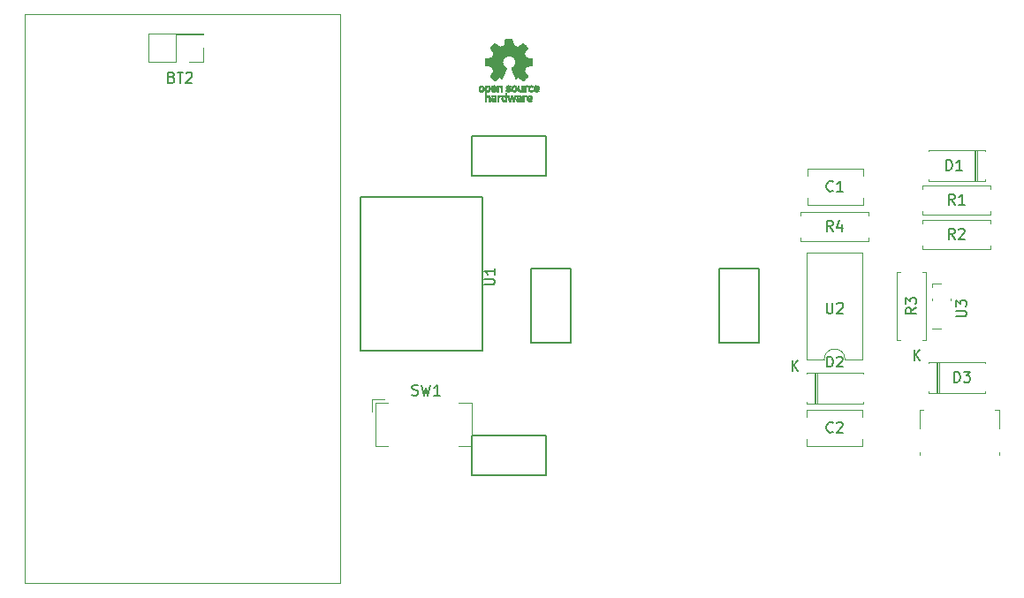
<source format=gbr>
%TF.GenerationSoftware,KiCad,Pcbnew,5.1.2*%
%TF.CreationDate,2019-07-27T12:22:43+10:00*%
%TF.ProjectId,bikePov,62696b65-506f-4762-9e6b-696361645f70,rev?*%
%TF.SameCoordinates,Original*%
%TF.FileFunction,Legend,Top*%
%TF.FilePolarity,Positive*%
%FSLAX46Y46*%
G04 Gerber Fmt 4.6, Leading zero omitted, Abs format (unit mm)*
G04 Created by KiCad (PCBNEW 5.1.2) date 2019-07-27 12:22:43*
%MOMM*%
%LPD*%
G04 APERTURE LIST*
%ADD10C,0.150000*%
%ADD11C,0.120000*%
%ADD12C,0.010000*%
G04 APERTURE END LIST*
D10*
X132334000Y-103378000D02*
X120650000Y-103378000D01*
X120650000Y-103378000D02*
X120650000Y-88646000D01*
X120650000Y-88646000D02*
X132334000Y-88646000D01*
X132334000Y-88646000D02*
X132334000Y-103378000D01*
X140843000Y-102616000D02*
X137033000Y-102616000D01*
X137033000Y-102616000D02*
X137033000Y-95504000D01*
X137033000Y-95504000D02*
X140843000Y-95504000D01*
X140843000Y-95504000D02*
X140843000Y-102616000D01*
D11*
X88532000Y-125631500D02*
X88532000Y-71131500D01*
X88532000Y-71131500D02*
X118732000Y-71131500D01*
X118732000Y-71131500D02*
X118732000Y-125631500D01*
X118732000Y-125631500D02*
X88532000Y-125631500D01*
X105597000Y-72965000D02*
X100397000Y-72965000D01*
X105597000Y-73025000D02*
X105597000Y-72965000D01*
X100397000Y-75625000D02*
X100397000Y-72965000D01*
X105597000Y-73025000D02*
X102997000Y-73025000D01*
X102997000Y-73025000D02*
X102997000Y-75625000D01*
X102997000Y-75625000D02*
X100397000Y-75625000D01*
X105597000Y-74295000D02*
X105597000Y-75625000D01*
X105597000Y-75625000D02*
X104267000Y-75625000D01*
X168826000Y-89351000D02*
X163486000Y-89351000D01*
X168826000Y-85909000D02*
X163486000Y-85909000D01*
X168826000Y-89351000D02*
X168826000Y-88685000D01*
X168826000Y-86575000D02*
X168826000Y-85909000D01*
X163486000Y-89351000D02*
X163486000Y-88685000D01*
X163486000Y-86575000D02*
X163486000Y-85909000D01*
X168746000Y-111799000D02*
X168746000Y-112465000D01*
X168746000Y-109023000D02*
X168746000Y-109689000D01*
X163406000Y-111799000D02*
X163406000Y-112465000D01*
X163406000Y-109023000D02*
X163406000Y-109689000D01*
X163406000Y-112465000D02*
X168746000Y-112465000D01*
X163406000Y-109023000D02*
X168746000Y-109023000D01*
X180520000Y-86938000D02*
X180520000Y-87068000D01*
X180520000Y-87068000D02*
X175080000Y-87068000D01*
X175080000Y-87068000D02*
X175080000Y-86938000D01*
X180520000Y-84258000D02*
X180520000Y-84128000D01*
X180520000Y-84128000D02*
X175080000Y-84128000D01*
X175080000Y-84128000D02*
X175080000Y-84258000D01*
X179620000Y-87068000D02*
X179620000Y-84128000D01*
X179500000Y-87068000D02*
X179500000Y-84128000D01*
X179740000Y-87068000D02*
X179740000Y-84128000D01*
X175860000Y-104448000D02*
X175860000Y-107388000D01*
X176100000Y-104448000D02*
X176100000Y-107388000D01*
X175980000Y-104448000D02*
X175980000Y-107388000D01*
X180520000Y-107388000D02*
X180520000Y-107258000D01*
X175080000Y-107388000D02*
X180520000Y-107388000D01*
X175080000Y-107258000D02*
X175080000Y-107388000D01*
X180520000Y-104448000D02*
X180520000Y-104578000D01*
X175080000Y-104448000D02*
X180520000Y-104448000D01*
X175080000Y-104578000D02*
X175080000Y-104448000D01*
D10*
X155067000Y-102616000D02*
X155067000Y-95504000D01*
X158877000Y-102616000D02*
X155067000Y-102616000D01*
X158877000Y-95504000D02*
X158877000Y-102616000D01*
X155067000Y-95504000D02*
X158877000Y-95504000D01*
D11*
X181864000Y-109034000D02*
X181484000Y-109034000D01*
X181864000Y-113084000D02*
X181864000Y-113344000D01*
X181864000Y-109034000D02*
X181864000Y-110804000D01*
X174244000Y-109034000D02*
X174624000Y-109034000D01*
X174244000Y-110804000D02*
X174244000Y-109034000D01*
X174244000Y-113344000D02*
X174244000Y-113084000D01*
X181070000Y-89940000D02*
X181070000Y-90270000D01*
X181070000Y-90270000D02*
X174530000Y-90270000D01*
X174530000Y-90270000D02*
X174530000Y-89940000D01*
X181070000Y-87860000D02*
X181070000Y-87530000D01*
X181070000Y-87530000D02*
X174530000Y-87530000D01*
X174530000Y-87530000D02*
X174530000Y-87860000D01*
X174530000Y-90832000D02*
X174530000Y-91162000D01*
X181070000Y-90832000D02*
X174530000Y-90832000D01*
X181070000Y-91162000D02*
X181070000Y-90832000D01*
X174530000Y-93572000D02*
X174530000Y-93242000D01*
X181070000Y-93572000D02*
X174530000Y-93572000D01*
X181070000Y-93242000D02*
X181070000Y-93572000D01*
X172112000Y-102330000D02*
X172442000Y-102330000D01*
X172112000Y-95790000D02*
X172112000Y-102330000D01*
X172442000Y-95790000D02*
X172112000Y-95790000D01*
X174852000Y-102330000D02*
X174522000Y-102330000D01*
X174852000Y-95790000D02*
X174852000Y-102330000D01*
X174522000Y-95790000D02*
X174852000Y-95790000D01*
X162846000Y-90070000D02*
X162846000Y-90400000D01*
X169386000Y-90070000D02*
X162846000Y-90070000D01*
X169386000Y-90400000D02*
X169386000Y-90070000D01*
X162846000Y-92810000D02*
X162846000Y-92480000D01*
X169386000Y-92810000D02*
X162846000Y-92810000D01*
X169386000Y-92480000D02*
X169386000Y-92810000D01*
X121806000Y-108025500D02*
X121806000Y-109225500D01*
X123006000Y-108025500D02*
X121806000Y-108025500D01*
X131306000Y-112525500D02*
X130106000Y-112525500D01*
X131306000Y-108325500D02*
X131306000Y-112525500D01*
X130106000Y-108325500D02*
X131306000Y-108325500D01*
X122106000Y-112525500D02*
X123306000Y-112525500D01*
X122106000Y-108325500D02*
X122106000Y-112525500D01*
X123306000Y-108325500D02*
X122106000Y-108325500D01*
X165116000Y-104200000D02*
G75*
G02X167116000Y-104200000I1000000J0D01*
G01*
X167116000Y-104200000D02*
X168766000Y-104200000D01*
X168766000Y-104200000D02*
X168766000Y-93920000D01*
X168766000Y-93920000D02*
X163466000Y-93920000D01*
X163466000Y-93920000D02*
X163466000Y-104200000D01*
X163466000Y-104200000D02*
X165116000Y-104200000D01*
X175489500Y-96895000D02*
X175489500Y-97260000D01*
X176339500Y-101225000D02*
X175489500Y-101225000D01*
X175489500Y-96895000D02*
X176339500Y-96895000D01*
X177249500Y-98320000D02*
X177249500Y-98530000D01*
X175489500Y-98320000D02*
X175489500Y-98530000D01*
D10*
X131381500Y-82804000D02*
X138493500Y-82804000D01*
X131381500Y-86614000D02*
X131381500Y-82804000D01*
X138493500Y-86614000D02*
X131381500Y-86614000D01*
X138493500Y-82804000D02*
X138493500Y-86614000D01*
X131318000Y-115316000D02*
X131318000Y-111506000D01*
X131318000Y-111506000D02*
X138430000Y-111506000D01*
X138430000Y-111506000D02*
X138430000Y-115316000D01*
X138430000Y-115316000D02*
X131318000Y-115316000D01*
D12*
G36*
X135250964Y-73744018D02*
G01*
X135307812Y-74045570D01*
X135727338Y-74218512D01*
X135978984Y-74047395D01*
X136049458Y-73999750D01*
X136113163Y-73957210D01*
X136167126Y-73921715D01*
X136208373Y-73895210D01*
X136233934Y-73879636D01*
X136240895Y-73876278D01*
X136253435Y-73884914D01*
X136280231Y-73908792D01*
X136318280Y-73944859D01*
X136364579Y-73990067D01*
X136416123Y-74041364D01*
X136469909Y-74095701D01*
X136522935Y-74150028D01*
X136572195Y-74201295D01*
X136614687Y-74246451D01*
X136647407Y-74282446D01*
X136667351Y-74306230D01*
X136672119Y-74314190D01*
X136665257Y-74328865D01*
X136646020Y-74361014D01*
X136616430Y-74407492D01*
X136578510Y-74465156D01*
X136534282Y-74530860D01*
X136508654Y-74568336D01*
X136461941Y-74636768D01*
X136420432Y-74698520D01*
X136386140Y-74750519D01*
X136361080Y-74789692D01*
X136347264Y-74812965D01*
X136345188Y-74817855D01*
X136349895Y-74831755D01*
X136362723Y-74864150D01*
X136381738Y-74910485D01*
X136405003Y-74966206D01*
X136430584Y-75026758D01*
X136456545Y-75087586D01*
X136480950Y-75144136D01*
X136501863Y-75191852D01*
X136517349Y-75226181D01*
X136525472Y-75242568D01*
X136525952Y-75243212D01*
X136538707Y-75246341D01*
X136572677Y-75253321D01*
X136624340Y-75263467D01*
X136690176Y-75276092D01*
X136766664Y-75290509D01*
X136811290Y-75298823D01*
X136893021Y-75314384D01*
X136966843Y-75329192D01*
X137029021Y-75342436D01*
X137075822Y-75353305D01*
X137103509Y-75360989D01*
X137109074Y-75363427D01*
X137114526Y-75379930D01*
X137118924Y-75417200D01*
X137122272Y-75470880D01*
X137124574Y-75536612D01*
X137125832Y-75610037D01*
X137126048Y-75686796D01*
X137125227Y-75762532D01*
X137123371Y-75832886D01*
X137120482Y-75893500D01*
X137116565Y-75940016D01*
X137111622Y-75968075D01*
X137108657Y-75973916D01*
X137090934Y-75980917D01*
X137053381Y-75990927D01*
X137000964Y-76002769D01*
X136938652Y-76015267D01*
X136916900Y-76019310D01*
X136812024Y-76038520D01*
X136729180Y-76053991D01*
X136665630Y-76066337D01*
X136618637Y-76076173D01*
X136585463Y-76084114D01*
X136563371Y-76090776D01*
X136549624Y-76096773D01*
X136541484Y-76102719D01*
X136540345Y-76103894D01*
X136528977Y-76122826D01*
X136511635Y-76159669D01*
X136490050Y-76209913D01*
X136465954Y-76269046D01*
X136441079Y-76332556D01*
X136417157Y-76395932D01*
X136395919Y-76454662D01*
X136379097Y-76504235D01*
X136368422Y-76540139D01*
X136365627Y-76557862D01*
X136365860Y-76558483D01*
X136375331Y-76572970D01*
X136396818Y-76604844D01*
X136428063Y-76650789D01*
X136466807Y-76707485D01*
X136510793Y-76771617D01*
X136523319Y-76789842D01*
X136567984Y-76855914D01*
X136607288Y-76916200D01*
X136639088Y-76967235D01*
X136661245Y-77005560D01*
X136671617Y-77027711D01*
X136672119Y-77030432D01*
X136663405Y-77044736D01*
X136639325Y-77073072D01*
X136602976Y-77112396D01*
X136557453Y-77159661D01*
X136505852Y-77211823D01*
X136451267Y-77265835D01*
X136396794Y-77318653D01*
X136345529Y-77367231D01*
X136300567Y-77408523D01*
X136265004Y-77439485D01*
X136241935Y-77457070D01*
X136235554Y-77459941D01*
X136220699Y-77453178D01*
X136190286Y-77434939D01*
X136149268Y-77408297D01*
X136117709Y-77386852D01*
X136060525Y-77347503D01*
X135992806Y-77301171D01*
X135924880Y-77254913D01*
X135888361Y-77230155D01*
X135764752Y-77146547D01*
X135660991Y-77202650D01*
X135613720Y-77227228D01*
X135573523Y-77246331D01*
X135546326Y-77257227D01*
X135539402Y-77258743D01*
X135531077Y-77247549D01*
X135514654Y-77215917D01*
X135491357Y-77166765D01*
X135462414Y-77103010D01*
X135429050Y-77027571D01*
X135392491Y-76943364D01*
X135353964Y-76853308D01*
X135314694Y-76760321D01*
X135275908Y-76667320D01*
X135238830Y-76577223D01*
X135204689Y-76492948D01*
X135174708Y-76417413D01*
X135150116Y-76353534D01*
X135132136Y-76304231D01*
X135121997Y-76272421D01*
X135120366Y-76261496D01*
X135133291Y-76247561D01*
X135161589Y-76224940D01*
X135199346Y-76198333D01*
X135202515Y-76196228D01*
X135300100Y-76118114D01*
X135378786Y-76026982D01*
X135437891Y-75925745D01*
X135476732Y-75817318D01*
X135494628Y-75704614D01*
X135490897Y-75590548D01*
X135464857Y-75478034D01*
X135415825Y-75369985D01*
X135401400Y-75346345D01*
X135326369Y-75250887D01*
X135237730Y-75174232D01*
X135138549Y-75116780D01*
X135031895Y-75078929D01*
X134920836Y-75061078D01*
X134808439Y-75063625D01*
X134697773Y-75086970D01*
X134591906Y-75131510D01*
X134493905Y-75197645D01*
X134463590Y-75224487D01*
X134386438Y-75308512D01*
X134330218Y-75396966D01*
X134291653Y-75496115D01*
X134270174Y-75594303D01*
X134264872Y-75704697D01*
X134282552Y-75815640D01*
X134321419Y-75923381D01*
X134379677Y-76024169D01*
X134455531Y-76114256D01*
X134547183Y-76189892D01*
X134559228Y-76197864D01*
X134597389Y-76223974D01*
X134626399Y-76246595D01*
X134640268Y-76261039D01*
X134640469Y-76261496D01*
X134637492Y-76277121D01*
X134625689Y-76312582D01*
X134606286Y-76364962D01*
X134580512Y-76431345D01*
X134549591Y-76508814D01*
X134514751Y-76594450D01*
X134477217Y-76685337D01*
X134438217Y-76778559D01*
X134398977Y-76871197D01*
X134360724Y-76960335D01*
X134324683Y-77043055D01*
X134292083Y-77116441D01*
X134264148Y-77177575D01*
X134242105Y-77223541D01*
X134227182Y-77251421D01*
X134221172Y-77258743D01*
X134202809Y-77253041D01*
X134168448Y-77237749D01*
X134124016Y-77215599D01*
X134099583Y-77202650D01*
X133995822Y-77146547D01*
X133872213Y-77230155D01*
X133809114Y-77272987D01*
X133740030Y-77320122D01*
X133675293Y-77364503D01*
X133642866Y-77386852D01*
X133597259Y-77417477D01*
X133558640Y-77441747D01*
X133532048Y-77456587D01*
X133523410Y-77459724D01*
X133510839Y-77451261D01*
X133483016Y-77427636D01*
X133442639Y-77391302D01*
X133392405Y-77344711D01*
X133335012Y-77290317D01*
X133298714Y-77255392D01*
X133235210Y-77192996D01*
X133180327Y-77137188D01*
X133136286Y-77090354D01*
X133105305Y-77054882D01*
X133089602Y-77033161D01*
X133088095Y-77028752D01*
X133095086Y-77011985D01*
X133114406Y-76978082D01*
X133143909Y-76930476D01*
X133181455Y-76872599D01*
X133224900Y-76807884D01*
X133237255Y-76789842D01*
X133282273Y-76724267D01*
X133322660Y-76665228D01*
X133356160Y-76616042D01*
X133380514Y-76580028D01*
X133393464Y-76560502D01*
X133394715Y-76558483D01*
X133392844Y-76542922D01*
X133382913Y-76508709D01*
X133366653Y-76460355D01*
X133345795Y-76402371D01*
X133322073Y-76339270D01*
X133297216Y-76275563D01*
X133272958Y-76215761D01*
X133251029Y-76164376D01*
X133233162Y-76125919D01*
X133221087Y-76104902D01*
X133220229Y-76103894D01*
X133212846Y-76097888D01*
X133200375Y-76091948D01*
X133180080Y-76085460D01*
X133149222Y-76077809D01*
X133105066Y-76068380D01*
X133044874Y-76056559D01*
X132965907Y-76041729D01*
X132865430Y-76023277D01*
X132843675Y-76019310D01*
X132779198Y-76006853D01*
X132722989Y-75994666D01*
X132680013Y-75983926D01*
X132655240Y-75975809D01*
X132651918Y-75973916D01*
X132646444Y-75957138D01*
X132641994Y-75919645D01*
X132638572Y-75865794D01*
X132636181Y-75799944D01*
X132634823Y-75726453D01*
X132634501Y-75649680D01*
X132635219Y-75573983D01*
X132636979Y-75503720D01*
X132639784Y-75443250D01*
X132643638Y-75396930D01*
X132648543Y-75369119D01*
X132651500Y-75363427D01*
X132667963Y-75357686D01*
X132705449Y-75348345D01*
X132760225Y-75336215D01*
X132828555Y-75322107D01*
X132906706Y-75306830D01*
X132949284Y-75298823D01*
X133030071Y-75283721D01*
X133102113Y-75270040D01*
X133161889Y-75258467D01*
X133205879Y-75249687D01*
X133230561Y-75244387D01*
X133234623Y-75243212D01*
X133241489Y-75229965D01*
X133256002Y-75198057D01*
X133276229Y-75152047D01*
X133300234Y-75096492D01*
X133326082Y-75035953D01*
X133351840Y-74974986D01*
X133375573Y-74918151D01*
X133395346Y-74870006D01*
X133409224Y-74835110D01*
X133415274Y-74818021D01*
X133415386Y-74817274D01*
X133408528Y-74803793D01*
X133389302Y-74772770D01*
X133359728Y-74727289D01*
X133321827Y-74670432D01*
X133277620Y-74605283D01*
X133251921Y-74567862D01*
X133205093Y-74499247D01*
X133163501Y-74436952D01*
X133129175Y-74384129D01*
X133104143Y-74343927D01*
X133090435Y-74319500D01*
X133088456Y-74314024D01*
X133096966Y-74301278D01*
X133120493Y-74274063D01*
X133156032Y-74235428D01*
X133200577Y-74188423D01*
X133251123Y-74136095D01*
X133304664Y-74081495D01*
X133358195Y-74027670D01*
X133408711Y-73977670D01*
X133453206Y-73934543D01*
X133488675Y-73901339D01*
X133512113Y-73881106D01*
X133519954Y-73876278D01*
X133532720Y-73883067D01*
X133563256Y-73902142D01*
X133608590Y-73931561D01*
X133665756Y-73969381D01*
X133731784Y-74013661D01*
X133781590Y-74047395D01*
X134033236Y-74218512D01*
X134242999Y-74132041D01*
X134452763Y-74045570D01*
X134509611Y-73744018D01*
X134566460Y-73442466D01*
X135194115Y-73442466D01*
X135250964Y-73744018D01*
X135250964Y-73744018D01*
G37*
X135250964Y-73744018D02*
X135307812Y-74045570D01*
X135727338Y-74218512D01*
X135978984Y-74047395D01*
X136049458Y-73999750D01*
X136113163Y-73957210D01*
X136167126Y-73921715D01*
X136208373Y-73895210D01*
X136233934Y-73879636D01*
X136240895Y-73876278D01*
X136253435Y-73884914D01*
X136280231Y-73908792D01*
X136318280Y-73944859D01*
X136364579Y-73990067D01*
X136416123Y-74041364D01*
X136469909Y-74095701D01*
X136522935Y-74150028D01*
X136572195Y-74201295D01*
X136614687Y-74246451D01*
X136647407Y-74282446D01*
X136667351Y-74306230D01*
X136672119Y-74314190D01*
X136665257Y-74328865D01*
X136646020Y-74361014D01*
X136616430Y-74407492D01*
X136578510Y-74465156D01*
X136534282Y-74530860D01*
X136508654Y-74568336D01*
X136461941Y-74636768D01*
X136420432Y-74698520D01*
X136386140Y-74750519D01*
X136361080Y-74789692D01*
X136347264Y-74812965D01*
X136345188Y-74817855D01*
X136349895Y-74831755D01*
X136362723Y-74864150D01*
X136381738Y-74910485D01*
X136405003Y-74966206D01*
X136430584Y-75026758D01*
X136456545Y-75087586D01*
X136480950Y-75144136D01*
X136501863Y-75191852D01*
X136517349Y-75226181D01*
X136525472Y-75242568D01*
X136525952Y-75243212D01*
X136538707Y-75246341D01*
X136572677Y-75253321D01*
X136624340Y-75263467D01*
X136690176Y-75276092D01*
X136766664Y-75290509D01*
X136811290Y-75298823D01*
X136893021Y-75314384D01*
X136966843Y-75329192D01*
X137029021Y-75342436D01*
X137075822Y-75353305D01*
X137103509Y-75360989D01*
X137109074Y-75363427D01*
X137114526Y-75379930D01*
X137118924Y-75417200D01*
X137122272Y-75470880D01*
X137124574Y-75536612D01*
X137125832Y-75610037D01*
X137126048Y-75686796D01*
X137125227Y-75762532D01*
X137123371Y-75832886D01*
X137120482Y-75893500D01*
X137116565Y-75940016D01*
X137111622Y-75968075D01*
X137108657Y-75973916D01*
X137090934Y-75980917D01*
X137053381Y-75990927D01*
X137000964Y-76002769D01*
X136938652Y-76015267D01*
X136916900Y-76019310D01*
X136812024Y-76038520D01*
X136729180Y-76053991D01*
X136665630Y-76066337D01*
X136618637Y-76076173D01*
X136585463Y-76084114D01*
X136563371Y-76090776D01*
X136549624Y-76096773D01*
X136541484Y-76102719D01*
X136540345Y-76103894D01*
X136528977Y-76122826D01*
X136511635Y-76159669D01*
X136490050Y-76209913D01*
X136465954Y-76269046D01*
X136441079Y-76332556D01*
X136417157Y-76395932D01*
X136395919Y-76454662D01*
X136379097Y-76504235D01*
X136368422Y-76540139D01*
X136365627Y-76557862D01*
X136365860Y-76558483D01*
X136375331Y-76572970D01*
X136396818Y-76604844D01*
X136428063Y-76650789D01*
X136466807Y-76707485D01*
X136510793Y-76771617D01*
X136523319Y-76789842D01*
X136567984Y-76855914D01*
X136607288Y-76916200D01*
X136639088Y-76967235D01*
X136661245Y-77005560D01*
X136671617Y-77027711D01*
X136672119Y-77030432D01*
X136663405Y-77044736D01*
X136639325Y-77073072D01*
X136602976Y-77112396D01*
X136557453Y-77159661D01*
X136505852Y-77211823D01*
X136451267Y-77265835D01*
X136396794Y-77318653D01*
X136345529Y-77367231D01*
X136300567Y-77408523D01*
X136265004Y-77439485D01*
X136241935Y-77457070D01*
X136235554Y-77459941D01*
X136220699Y-77453178D01*
X136190286Y-77434939D01*
X136149268Y-77408297D01*
X136117709Y-77386852D01*
X136060525Y-77347503D01*
X135992806Y-77301171D01*
X135924880Y-77254913D01*
X135888361Y-77230155D01*
X135764752Y-77146547D01*
X135660991Y-77202650D01*
X135613720Y-77227228D01*
X135573523Y-77246331D01*
X135546326Y-77257227D01*
X135539402Y-77258743D01*
X135531077Y-77247549D01*
X135514654Y-77215917D01*
X135491357Y-77166765D01*
X135462414Y-77103010D01*
X135429050Y-77027571D01*
X135392491Y-76943364D01*
X135353964Y-76853308D01*
X135314694Y-76760321D01*
X135275908Y-76667320D01*
X135238830Y-76577223D01*
X135204689Y-76492948D01*
X135174708Y-76417413D01*
X135150116Y-76353534D01*
X135132136Y-76304231D01*
X135121997Y-76272421D01*
X135120366Y-76261496D01*
X135133291Y-76247561D01*
X135161589Y-76224940D01*
X135199346Y-76198333D01*
X135202515Y-76196228D01*
X135300100Y-76118114D01*
X135378786Y-76026982D01*
X135437891Y-75925745D01*
X135476732Y-75817318D01*
X135494628Y-75704614D01*
X135490897Y-75590548D01*
X135464857Y-75478034D01*
X135415825Y-75369985D01*
X135401400Y-75346345D01*
X135326369Y-75250887D01*
X135237730Y-75174232D01*
X135138549Y-75116780D01*
X135031895Y-75078929D01*
X134920836Y-75061078D01*
X134808439Y-75063625D01*
X134697773Y-75086970D01*
X134591906Y-75131510D01*
X134493905Y-75197645D01*
X134463590Y-75224487D01*
X134386438Y-75308512D01*
X134330218Y-75396966D01*
X134291653Y-75496115D01*
X134270174Y-75594303D01*
X134264872Y-75704697D01*
X134282552Y-75815640D01*
X134321419Y-75923381D01*
X134379677Y-76024169D01*
X134455531Y-76114256D01*
X134547183Y-76189892D01*
X134559228Y-76197864D01*
X134597389Y-76223974D01*
X134626399Y-76246595D01*
X134640268Y-76261039D01*
X134640469Y-76261496D01*
X134637492Y-76277121D01*
X134625689Y-76312582D01*
X134606286Y-76364962D01*
X134580512Y-76431345D01*
X134549591Y-76508814D01*
X134514751Y-76594450D01*
X134477217Y-76685337D01*
X134438217Y-76778559D01*
X134398977Y-76871197D01*
X134360724Y-76960335D01*
X134324683Y-77043055D01*
X134292083Y-77116441D01*
X134264148Y-77177575D01*
X134242105Y-77223541D01*
X134227182Y-77251421D01*
X134221172Y-77258743D01*
X134202809Y-77253041D01*
X134168448Y-77237749D01*
X134124016Y-77215599D01*
X134099583Y-77202650D01*
X133995822Y-77146547D01*
X133872213Y-77230155D01*
X133809114Y-77272987D01*
X133740030Y-77320122D01*
X133675293Y-77364503D01*
X133642866Y-77386852D01*
X133597259Y-77417477D01*
X133558640Y-77441747D01*
X133532048Y-77456587D01*
X133523410Y-77459724D01*
X133510839Y-77451261D01*
X133483016Y-77427636D01*
X133442639Y-77391302D01*
X133392405Y-77344711D01*
X133335012Y-77290317D01*
X133298714Y-77255392D01*
X133235210Y-77192996D01*
X133180327Y-77137188D01*
X133136286Y-77090354D01*
X133105305Y-77054882D01*
X133089602Y-77033161D01*
X133088095Y-77028752D01*
X133095086Y-77011985D01*
X133114406Y-76978082D01*
X133143909Y-76930476D01*
X133181455Y-76872599D01*
X133224900Y-76807884D01*
X133237255Y-76789842D01*
X133282273Y-76724267D01*
X133322660Y-76665228D01*
X133356160Y-76616042D01*
X133380514Y-76580028D01*
X133393464Y-76560502D01*
X133394715Y-76558483D01*
X133392844Y-76542922D01*
X133382913Y-76508709D01*
X133366653Y-76460355D01*
X133345795Y-76402371D01*
X133322073Y-76339270D01*
X133297216Y-76275563D01*
X133272958Y-76215761D01*
X133251029Y-76164376D01*
X133233162Y-76125919D01*
X133221087Y-76104902D01*
X133220229Y-76103894D01*
X133212846Y-76097888D01*
X133200375Y-76091948D01*
X133180080Y-76085460D01*
X133149222Y-76077809D01*
X133105066Y-76068380D01*
X133044874Y-76056559D01*
X132965907Y-76041729D01*
X132865430Y-76023277D01*
X132843675Y-76019310D01*
X132779198Y-76006853D01*
X132722989Y-75994666D01*
X132680013Y-75983926D01*
X132655240Y-75975809D01*
X132651918Y-75973916D01*
X132646444Y-75957138D01*
X132641994Y-75919645D01*
X132638572Y-75865794D01*
X132636181Y-75799944D01*
X132634823Y-75726453D01*
X132634501Y-75649680D01*
X132635219Y-75573983D01*
X132636979Y-75503720D01*
X132639784Y-75443250D01*
X132643638Y-75396930D01*
X132648543Y-75369119D01*
X132651500Y-75363427D01*
X132667963Y-75357686D01*
X132705449Y-75348345D01*
X132760225Y-75336215D01*
X132828555Y-75322107D01*
X132906706Y-75306830D01*
X132949284Y-75298823D01*
X133030071Y-75283721D01*
X133102113Y-75270040D01*
X133161889Y-75258467D01*
X133205879Y-75249687D01*
X133230561Y-75244387D01*
X133234623Y-75243212D01*
X133241489Y-75229965D01*
X133256002Y-75198057D01*
X133276229Y-75152047D01*
X133300234Y-75096492D01*
X133326082Y-75035953D01*
X133351840Y-74974986D01*
X133375573Y-74918151D01*
X133395346Y-74870006D01*
X133409224Y-74835110D01*
X133415274Y-74818021D01*
X133415386Y-74817274D01*
X133408528Y-74803793D01*
X133389302Y-74772770D01*
X133359728Y-74727289D01*
X133321827Y-74670432D01*
X133277620Y-74605283D01*
X133251921Y-74567862D01*
X133205093Y-74499247D01*
X133163501Y-74436952D01*
X133129175Y-74384129D01*
X133104143Y-74343927D01*
X133090435Y-74319500D01*
X133088456Y-74314024D01*
X133096966Y-74301278D01*
X133120493Y-74274063D01*
X133156032Y-74235428D01*
X133200577Y-74188423D01*
X133251123Y-74136095D01*
X133304664Y-74081495D01*
X133358195Y-74027670D01*
X133408711Y-73977670D01*
X133453206Y-73934543D01*
X133488675Y-73901339D01*
X133512113Y-73881106D01*
X133519954Y-73876278D01*
X133532720Y-73883067D01*
X133563256Y-73902142D01*
X133608590Y-73931561D01*
X133665756Y-73969381D01*
X133731784Y-74013661D01*
X133781590Y-74047395D01*
X134033236Y-74218512D01*
X134242999Y-74132041D01*
X134452763Y-74045570D01*
X134509611Y-73744018D01*
X134566460Y-73442466D01*
X135194115Y-73442466D01*
X135250964Y-73744018D01*
G36*
X136673460Y-77912030D02*
G01*
X136716711Y-77925245D01*
X136744558Y-77941941D01*
X136753629Y-77955145D01*
X136751132Y-77970797D01*
X136734931Y-77995385D01*
X136721232Y-78012800D01*
X136692992Y-78044283D01*
X136671775Y-78057529D01*
X136653688Y-78056664D01*
X136600035Y-78043010D01*
X136560630Y-78043630D01*
X136528632Y-78059104D01*
X136517890Y-78068161D01*
X136483505Y-78100027D01*
X136483505Y-78516179D01*
X136345188Y-78516179D01*
X136345188Y-77912614D01*
X136414347Y-77912614D01*
X136455869Y-77914256D01*
X136477291Y-77920087D01*
X136483502Y-77931461D01*
X136483505Y-77931798D01*
X136486439Y-77943713D01*
X136499704Y-77942159D01*
X136518084Y-77933563D01*
X136556046Y-77917568D01*
X136586872Y-77907945D01*
X136626536Y-77905478D01*
X136673460Y-77912030D01*
X136673460Y-77912030D01*
G37*
X136673460Y-77912030D02*
X136716711Y-77925245D01*
X136744558Y-77941941D01*
X136753629Y-77955145D01*
X136751132Y-77970797D01*
X136734931Y-77995385D01*
X136721232Y-78012800D01*
X136692992Y-78044283D01*
X136671775Y-78057529D01*
X136653688Y-78056664D01*
X136600035Y-78043010D01*
X136560630Y-78043630D01*
X136528632Y-78059104D01*
X136517890Y-78068161D01*
X136483505Y-78100027D01*
X136483505Y-78516179D01*
X136345188Y-78516179D01*
X136345188Y-77912614D01*
X136414347Y-77912614D01*
X136455869Y-77914256D01*
X136477291Y-77920087D01*
X136483502Y-77931461D01*
X136483505Y-77931798D01*
X136486439Y-77943713D01*
X136499704Y-77942159D01*
X136518084Y-77933563D01*
X136556046Y-77917568D01*
X136586872Y-77907945D01*
X136626536Y-77905478D01*
X136673460Y-77912030D01*
G36*
X134119988Y-77923002D02*
G01*
X134151283Y-77937950D01*
X134181591Y-77959541D01*
X134204682Y-77984391D01*
X134221500Y-78016087D01*
X134232994Y-78058214D01*
X134240109Y-78114358D01*
X134243793Y-78188106D01*
X134244992Y-78283044D01*
X134245011Y-78292985D01*
X134245287Y-78516179D01*
X134106970Y-78516179D01*
X134106970Y-78310418D01*
X134106872Y-78234189D01*
X134106191Y-78178939D01*
X134104349Y-78140501D01*
X134100767Y-78114706D01*
X134094868Y-78097384D01*
X134086073Y-78084368D01*
X134073820Y-78071507D01*
X134030953Y-78043873D01*
X133984157Y-78038745D01*
X133939576Y-78056217D01*
X133924072Y-78069221D01*
X133912690Y-78081447D01*
X133904519Y-78094540D01*
X133899026Y-78112615D01*
X133895680Y-78139787D01*
X133893949Y-78180170D01*
X133893303Y-78237879D01*
X133893208Y-78308132D01*
X133893208Y-78516179D01*
X133754891Y-78516179D01*
X133754891Y-77912614D01*
X133824050Y-77912614D01*
X133865572Y-77914256D01*
X133886994Y-77920087D01*
X133893205Y-77931461D01*
X133893208Y-77931798D01*
X133896090Y-77942938D01*
X133908801Y-77941674D01*
X133934074Y-77929434D01*
X133991395Y-77911424D01*
X134056963Y-77909421D01*
X134119988Y-77923002D01*
X134119988Y-77923002D01*
G37*
X134119988Y-77923002D02*
X134151283Y-77937950D01*
X134181591Y-77959541D01*
X134204682Y-77984391D01*
X134221500Y-78016087D01*
X134232994Y-78058214D01*
X134240109Y-78114358D01*
X134243793Y-78188106D01*
X134244992Y-78283044D01*
X134245011Y-78292985D01*
X134245287Y-78516179D01*
X134106970Y-78516179D01*
X134106970Y-78310418D01*
X134106872Y-78234189D01*
X134106191Y-78178939D01*
X134104349Y-78140501D01*
X134100767Y-78114706D01*
X134094868Y-78097384D01*
X134086073Y-78084368D01*
X134073820Y-78071507D01*
X134030953Y-78043873D01*
X133984157Y-78038745D01*
X133939576Y-78056217D01*
X133924072Y-78069221D01*
X133912690Y-78081447D01*
X133904519Y-78094540D01*
X133899026Y-78112615D01*
X133895680Y-78139787D01*
X133893949Y-78180170D01*
X133893303Y-78237879D01*
X133893208Y-78308132D01*
X133893208Y-78516179D01*
X133754891Y-78516179D01*
X133754891Y-77912614D01*
X133824050Y-77912614D01*
X133865572Y-77914256D01*
X133886994Y-77920087D01*
X133893205Y-77931461D01*
X133893208Y-77931798D01*
X133896090Y-77942938D01*
X133908801Y-77941674D01*
X133934074Y-77929434D01*
X133991395Y-77911424D01*
X134056963Y-77909421D01*
X134119988Y-77923002D01*
G36*
X137551898Y-77910457D02*
G01*
X137584096Y-77918279D01*
X137645825Y-77946921D01*
X137698610Y-77990667D01*
X137735141Y-78043117D01*
X137740160Y-78054893D01*
X137747045Y-78085740D01*
X137751864Y-78131371D01*
X137753505Y-78177492D01*
X137753505Y-78264693D01*
X137571178Y-78264693D01*
X137495979Y-78264978D01*
X137443003Y-78266704D01*
X137409325Y-78271181D01*
X137392020Y-78279720D01*
X137388163Y-78293630D01*
X137394829Y-78314222D01*
X137406770Y-78338315D01*
X137440080Y-78378525D01*
X137486368Y-78398558D01*
X137542944Y-78397905D01*
X137607031Y-78376101D01*
X137662417Y-78349193D01*
X137708375Y-78385532D01*
X137754333Y-78421872D01*
X137711096Y-78461819D01*
X137653374Y-78499563D01*
X137582386Y-78522320D01*
X137506029Y-78528688D01*
X137432199Y-78517268D01*
X137420287Y-78513393D01*
X137355399Y-78479506D01*
X137307130Y-78428986D01*
X137274465Y-78360325D01*
X137256385Y-78272014D01*
X137256175Y-78270121D01*
X137254556Y-78173878D01*
X137261100Y-78139542D01*
X137388852Y-78139542D01*
X137400584Y-78144822D01*
X137432438Y-78148867D01*
X137479397Y-78151176D01*
X137509154Y-78151525D01*
X137564648Y-78151306D01*
X137599346Y-78149916D01*
X137617601Y-78146251D01*
X137623766Y-78139210D01*
X137622195Y-78127690D01*
X137620878Y-78123233D01*
X137598382Y-78081355D01*
X137563003Y-78047604D01*
X137531780Y-78032773D01*
X137490301Y-78033668D01*
X137448269Y-78052164D01*
X137413012Y-78082786D01*
X137391854Y-78120062D01*
X137388852Y-78139542D01*
X137261100Y-78139542D01*
X137270690Y-78089229D01*
X137302698Y-78018191D01*
X137348701Y-77962779D01*
X137406821Y-77925009D01*
X137475180Y-77906896D01*
X137551898Y-77910457D01*
X137551898Y-77910457D01*
G37*
X137551898Y-77910457D02*
X137584096Y-77918279D01*
X137645825Y-77946921D01*
X137698610Y-77990667D01*
X137735141Y-78043117D01*
X137740160Y-78054893D01*
X137747045Y-78085740D01*
X137751864Y-78131371D01*
X137753505Y-78177492D01*
X137753505Y-78264693D01*
X137571178Y-78264693D01*
X137495979Y-78264978D01*
X137443003Y-78266704D01*
X137409325Y-78271181D01*
X137392020Y-78279720D01*
X137388163Y-78293630D01*
X137394829Y-78314222D01*
X137406770Y-78338315D01*
X137440080Y-78378525D01*
X137486368Y-78398558D01*
X137542944Y-78397905D01*
X137607031Y-78376101D01*
X137662417Y-78349193D01*
X137708375Y-78385532D01*
X137754333Y-78421872D01*
X137711096Y-78461819D01*
X137653374Y-78499563D01*
X137582386Y-78522320D01*
X137506029Y-78528688D01*
X137432199Y-78517268D01*
X137420287Y-78513393D01*
X137355399Y-78479506D01*
X137307130Y-78428986D01*
X137274465Y-78360325D01*
X137256385Y-78272014D01*
X137256175Y-78270121D01*
X137254556Y-78173878D01*
X137261100Y-78139542D01*
X137388852Y-78139542D01*
X137400584Y-78144822D01*
X137432438Y-78148867D01*
X137479397Y-78151176D01*
X137509154Y-78151525D01*
X137564648Y-78151306D01*
X137599346Y-78149916D01*
X137617601Y-78146251D01*
X137623766Y-78139210D01*
X137622195Y-78127690D01*
X137620878Y-78123233D01*
X137598382Y-78081355D01*
X137563003Y-78047604D01*
X137531780Y-78032773D01*
X137490301Y-78033668D01*
X137448269Y-78052164D01*
X137413012Y-78082786D01*
X137391854Y-78120062D01*
X137388852Y-78139542D01*
X137261100Y-78139542D01*
X137270690Y-78089229D01*
X137302698Y-78018191D01*
X137348701Y-77962779D01*
X137406821Y-77925009D01*
X137475180Y-77906896D01*
X137551898Y-77910457D01*
G36*
X137091226Y-77917880D02*
G01*
X137164080Y-77948830D01*
X137187027Y-77963895D01*
X137216354Y-77987048D01*
X137234764Y-78005253D01*
X137237961Y-78011183D01*
X137228935Y-78024340D01*
X137205837Y-78046667D01*
X137187344Y-78062250D01*
X137136728Y-78102926D01*
X137096760Y-78069295D01*
X137065874Y-78047584D01*
X137035759Y-78040090D01*
X137001292Y-78041920D01*
X136946561Y-78055528D01*
X136908886Y-78083772D01*
X136885991Y-78129433D01*
X136875597Y-78195289D01*
X136875595Y-78195331D01*
X136876494Y-78268939D01*
X136890463Y-78322946D01*
X136918328Y-78359716D01*
X136937325Y-78372168D01*
X136987776Y-78387673D01*
X137041663Y-78387683D01*
X137088546Y-78372638D01*
X137099644Y-78365287D01*
X137127476Y-78346511D01*
X137149236Y-78343434D01*
X137172704Y-78357409D01*
X137198649Y-78382510D01*
X137239716Y-78424880D01*
X137194121Y-78462464D01*
X137123674Y-78504882D01*
X137044233Y-78525785D01*
X136961215Y-78524272D01*
X136906694Y-78510411D01*
X136842970Y-78476135D01*
X136792005Y-78422212D01*
X136768851Y-78384149D01*
X136750099Y-78329536D01*
X136740715Y-78260369D01*
X136740643Y-78185407D01*
X136749824Y-78113409D01*
X136768199Y-78053137D01*
X136771093Y-78046958D01*
X136813952Y-77986351D01*
X136871979Y-77942224D01*
X136940591Y-77915493D01*
X137015201Y-77907073D01*
X137091226Y-77917880D01*
X137091226Y-77917880D01*
G37*
X137091226Y-77917880D02*
X137164080Y-77948830D01*
X137187027Y-77963895D01*
X137216354Y-77987048D01*
X137234764Y-78005253D01*
X137237961Y-78011183D01*
X137228935Y-78024340D01*
X137205837Y-78046667D01*
X137187344Y-78062250D01*
X137136728Y-78102926D01*
X137096760Y-78069295D01*
X137065874Y-78047584D01*
X137035759Y-78040090D01*
X137001292Y-78041920D01*
X136946561Y-78055528D01*
X136908886Y-78083772D01*
X136885991Y-78129433D01*
X136875597Y-78195289D01*
X136875595Y-78195331D01*
X136876494Y-78268939D01*
X136890463Y-78322946D01*
X136918328Y-78359716D01*
X136937325Y-78372168D01*
X136987776Y-78387673D01*
X137041663Y-78387683D01*
X137088546Y-78372638D01*
X137099644Y-78365287D01*
X137127476Y-78346511D01*
X137149236Y-78343434D01*
X137172704Y-78357409D01*
X137198649Y-78382510D01*
X137239716Y-78424880D01*
X137194121Y-78462464D01*
X137123674Y-78504882D01*
X137044233Y-78525785D01*
X136961215Y-78524272D01*
X136906694Y-78510411D01*
X136842970Y-78476135D01*
X136792005Y-78422212D01*
X136768851Y-78384149D01*
X136750099Y-78329536D01*
X136740715Y-78260369D01*
X136740643Y-78185407D01*
X136749824Y-78113409D01*
X136768199Y-78053137D01*
X136771093Y-78046958D01*
X136813952Y-77986351D01*
X136871979Y-77942224D01*
X136940591Y-77915493D01*
X137015201Y-77907073D01*
X137091226Y-77917880D01*
G36*
X135867367Y-78108342D02*
G01*
X135868555Y-78200563D01*
X135872897Y-78270610D01*
X135881558Y-78321381D01*
X135895704Y-78355772D01*
X135916500Y-78376679D01*
X135945110Y-78387000D01*
X135980535Y-78389636D01*
X136017636Y-78386682D01*
X136045818Y-78375889D01*
X136066243Y-78354360D01*
X136080079Y-78319199D01*
X136088491Y-78267510D01*
X136092643Y-78196394D01*
X136093703Y-78108342D01*
X136093703Y-77912614D01*
X136232020Y-77912614D01*
X136232020Y-78516179D01*
X136162862Y-78516179D01*
X136121170Y-78514489D01*
X136099701Y-78508556D01*
X136093703Y-78497293D01*
X136090091Y-78487261D01*
X136075714Y-78489383D01*
X136046736Y-78503580D01*
X135980319Y-78525480D01*
X135909875Y-78523928D01*
X135842377Y-78500147D01*
X135810233Y-78481362D01*
X135785715Y-78461022D01*
X135767804Y-78435573D01*
X135755479Y-78401458D01*
X135747723Y-78355121D01*
X135743516Y-78293007D01*
X135741840Y-78211561D01*
X135741624Y-78148578D01*
X135741624Y-77912614D01*
X135867367Y-77912614D01*
X135867367Y-78108342D01*
X135867367Y-78108342D01*
G37*
X135867367Y-78108342D02*
X135868555Y-78200563D01*
X135872897Y-78270610D01*
X135881558Y-78321381D01*
X135895704Y-78355772D01*
X135916500Y-78376679D01*
X135945110Y-78387000D01*
X135980535Y-78389636D01*
X136017636Y-78386682D01*
X136045818Y-78375889D01*
X136066243Y-78354360D01*
X136080079Y-78319199D01*
X136088491Y-78267510D01*
X136092643Y-78196394D01*
X136093703Y-78108342D01*
X136093703Y-77912614D01*
X136232020Y-77912614D01*
X136232020Y-78516179D01*
X136162862Y-78516179D01*
X136121170Y-78514489D01*
X136099701Y-78508556D01*
X136093703Y-78497293D01*
X136090091Y-78487261D01*
X136075714Y-78489383D01*
X136046736Y-78503580D01*
X135980319Y-78525480D01*
X135909875Y-78523928D01*
X135842377Y-78500147D01*
X135810233Y-78481362D01*
X135785715Y-78461022D01*
X135767804Y-78435573D01*
X135755479Y-78401458D01*
X135747723Y-78355121D01*
X135743516Y-78293007D01*
X135741840Y-78211561D01*
X135741624Y-78148578D01*
X135741624Y-77912614D01*
X135867367Y-77912614D01*
X135867367Y-78108342D01*
G36*
X135484762Y-77920055D02*
G01*
X135548363Y-77954692D01*
X135598123Y-78009372D01*
X135621568Y-78053842D01*
X135631634Y-78093121D01*
X135638156Y-78149116D01*
X135640951Y-78213621D01*
X135639836Y-78278429D01*
X135634626Y-78335334D01*
X135628541Y-78365727D01*
X135608014Y-78407306D01*
X135572463Y-78451468D01*
X135529619Y-78490087D01*
X135487211Y-78515034D01*
X135486177Y-78515430D01*
X135433553Y-78526331D01*
X135371188Y-78526601D01*
X135311924Y-78516676D01*
X135289040Y-78508722D01*
X135230102Y-78475300D01*
X135187890Y-78431511D01*
X135160156Y-78373538D01*
X135144651Y-78297565D01*
X135141143Y-78257771D01*
X135141590Y-78207766D01*
X135276376Y-78207766D01*
X135280917Y-78280732D01*
X135293986Y-78336334D01*
X135314756Y-78371861D01*
X135329552Y-78382020D01*
X135367464Y-78389104D01*
X135412527Y-78387007D01*
X135451487Y-78376812D01*
X135461704Y-78371204D01*
X135488659Y-78338538D01*
X135506451Y-78288545D01*
X135514024Y-78227705D01*
X135510325Y-78162497D01*
X135502057Y-78123253D01*
X135478320Y-78077805D01*
X135440849Y-78049396D01*
X135395720Y-78039573D01*
X135349011Y-78049887D01*
X135313132Y-78075112D01*
X135294277Y-78095925D01*
X135283272Y-78116439D01*
X135278026Y-78144203D01*
X135276449Y-78186762D01*
X135276376Y-78207766D01*
X135141590Y-78207766D01*
X135142094Y-78151580D01*
X135159388Y-78064501D01*
X135193029Y-77996530D01*
X135243018Y-77947664D01*
X135309356Y-77917899D01*
X135323601Y-77914448D01*
X135409210Y-77906345D01*
X135484762Y-77920055D01*
X135484762Y-77920055D01*
G37*
X135484762Y-77920055D02*
X135548363Y-77954692D01*
X135598123Y-78009372D01*
X135621568Y-78053842D01*
X135631634Y-78093121D01*
X135638156Y-78149116D01*
X135640951Y-78213621D01*
X135639836Y-78278429D01*
X135634626Y-78335334D01*
X135628541Y-78365727D01*
X135608014Y-78407306D01*
X135572463Y-78451468D01*
X135529619Y-78490087D01*
X135487211Y-78515034D01*
X135486177Y-78515430D01*
X135433553Y-78526331D01*
X135371188Y-78526601D01*
X135311924Y-78516676D01*
X135289040Y-78508722D01*
X135230102Y-78475300D01*
X135187890Y-78431511D01*
X135160156Y-78373538D01*
X135144651Y-78297565D01*
X135141143Y-78257771D01*
X135141590Y-78207766D01*
X135276376Y-78207766D01*
X135280917Y-78280732D01*
X135293986Y-78336334D01*
X135314756Y-78371861D01*
X135329552Y-78382020D01*
X135367464Y-78389104D01*
X135412527Y-78387007D01*
X135451487Y-78376812D01*
X135461704Y-78371204D01*
X135488659Y-78338538D01*
X135506451Y-78288545D01*
X135514024Y-78227705D01*
X135510325Y-78162497D01*
X135502057Y-78123253D01*
X135478320Y-78077805D01*
X135440849Y-78049396D01*
X135395720Y-78039573D01*
X135349011Y-78049887D01*
X135313132Y-78075112D01*
X135294277Y-78095925D01*
X135283272Y-78116439D01*
X135278026Y-78144203D01*
X135276449Y-78186762D01*
X135276376Y-78207766D01*
X135141590Y-78207766D01*
X135142094Y-78151580D01*
X135159388Y-78064501D01*
X135193029Y-77996530D01*
X135243018Y-77947664D01*
X135309356Y-77917899D01*
X135323601Y-77914448D01*
X135409210Y-77906345D01*
X135484762Y-77920055D01*
G36*
X134888017Y-77910452D02*
G01*
X134935634Y-77919482D01*
X134985034Y-77938370D01*
X134990312Y-77940777D01*
X135027774Y-77960476D01*
X135053717Y-77978781D01*
X135062103Y-77990508D01*
X135054117Y-78009632D01*
X135034720Y-78037850D01*
X135026110Y-78048384D01*
X134990628Y-78089847D01*
X134944885Y-78062858D01*
X134901350Y-78044878D01*
X134851050Y-78035267D01*
X134802812Y-78034660D01*
X134765467Y-78043691D01*
X134756505Y-78049327D01*
X134739437Y-78075171D01*
X134737363Y-78104941D01*
X134750134Y-78128197D01*
X134757688Y-78132708D01*
X134780325Y-78138309D01*
X134820115Y-78144892D01*
X134869166Y-78151183D01*
X134878215Y-78152170D01*
X134956996Y-78165798D01*
X135014136Y-78188946D01*
X135052030Y-78223752D01*
X135073079Y-78272354D01*
X135079635Y-78331718D01*
X135070577Y-78399198D01*
X135041164Y-78452188D01*
X134991278Y-78490783D01*
X134920800Y-78515081D01*
X134842565Y-78524667D01*
X134778766Y-78524552D01*
X134727016Y-78515845D01*
X134691673Y-78503825D01*
X134647017Y-78482880D01*
X134605747Y-78458574D01*
X134591079Y-78447876D01*
X134553357Y-78417084D01*
X134598852Y-78371049D01*
X134644347Y-78325013D01*
X134696072Y-78359243D01*
X134747952Y-78384952D01*
X134803351Y-78398399D01*
X134856605Y-78399818D01*
X134902049Y-78389443D01*
X134934016Y-78367507D01*
X134944338Y-78348998D01*
X134942789Y-78319314D01*
X134917140Y-78296615D01*
X134867460Y-78280940D01*
X134813031Y-78273695D01*
X134729264Y-78259873D01*
X134667033Y-78233796D01*
X134625507Y-78194699D01*
X134603853Y-78141820D01*
X134600853Y-78079126D01*
X134615671Y-78013642D01*
X134649454Y-77964144D01*
X134702505Y-77930408D01*
X134775126Y-77912207D01*
X134828928Y-77908639D01*
X134888017Y-77910452D01*
X134888017Y-77910452D01*
G37*
X134888017Y-77910452D02*
X134935634Y-77919482D01*
X134985034Y-77938370D01*
X134990312Y-77940777D01*
X135027774Y-77960476D01*
X135053717Y-77978781D01*
X135062103Y-77990508D01*
X135054117Y-78009632D01*
X135034720Y-78037850D01*
X135026110Y-78048384D01*
X134990628Y-78089847D01*
X134944885Y-78062858D01*
X134901350Y-78044878D01*
X134851050Y-78035267D01*
X134802812Y-78034660D01*
X134765467Y-78043691D01*
X134756505Y-78049327D01*
X134739437Y-78075171D01*
X134737363Y-78104941D01*
X134750134Y-78128197D01*
X134757688Y-78132708D01*
X134780325Y-78138309D01*
X134820115Y-78144892D01*
X134869166Y-78151183D01*
X134878215Y-78152170D01*
X134956996Y-78165798D01*
X135014136Y-78188946D01*
X135052030Y-78223752D01*
X135073079Y-78272354D01*
X135079635Y-78331718D01*
X135070577Y-78399198D01*
X135041164Y-78452188D01*
X134991278Y-78490783D01*
X134920800Y-78515081D01*
X134842565Y-78524667D01*
X134778766Y-78524552D01*
X134727016Y-78515845D01*
X134691673Y-78503825D01*
X134647017Y-78482880D01*
X134605747Y-78458574D01*
X134591079Y-78447876D01*
X134553357Y-78417084D01*
X134598852Y-78371049D01*
X134644347Y-78325013D01*
X134696072Y-78359243D01*
X134747952Y-78384952D01*
X134803351Y-78398399D01*
X134856605Y-78399818D01*
X134902049Y-78389443D01*
X134934016Y-78367507D01*
X134944338Y-78348998D01*
X134942789Y-78319314D01*
X134917140Y-78296615D01*
X134867460Y-78280940D01*
X134813031Y-78273695D01*
X134729264Y-78259873D01*
X134667033Y-78233796D01*
X134625507Y-78194699D01*
X134603853Y-78141820D01*
X134600853Y-78079126D01*
X134615671Y-78013642D01*
X134649454Y-77964144D01*
X134702505Y-77930408D01*
X134775126Y-77912207D01*
X134828928Y-77908639D01*
X134888017Y-77910452D01*
G36*
X133517301Y-77926614D02*
G01*
X133529832Y-77932514D01*
X133573201Y-77964283D01*
X133614210Y-78010646D01*
X133644832Y-78061696D01*
X133653541Y-78085166D01*
X133661488Y-78127091D01*
X133666226Y-78177757D01*
X133666801Y-78198679D01*
X133666871Y-78264693D01*
X133286917Y-78264693D01*
X133295017Y-78299273D01*
X133314896Y-78340170D01*
X133349653Y-78375514D01*
X133391002Y-78398282D01*
X133417351Y-78403010D01*
X133453084Y-78397273D01*
X133495718Y-78382882D01*
X133510201Y-78376262D01*
X133563760Y-78349513D01*
X133609467Y-78384376D01*
X133635842Y-78407955D01*
X133649876Y-78427417D01*
X133650586Y-78433129D01*
X133638049Y-78446973D01*
X133610572Y-78468012D01*
X133585634Y-78484425D01*
X133518336Y-78513930D01*
X133442890Y-78527284D01*
X133368112Y-78523812D01*
X133308505Y-78505663D01*
X133247059Y-78466784D01*
X133203392Y-78415595D01*
X133176074Y-78349367D01*
X133163678Y-78265371D01*
X133162579Y-78226936D01*
X133166978Y-78138861D01*
X133167518Y-78136299D01*
X133293418Y-78136299D01*
X133296885Y-78144558D01*
X133311137Y-78149113D01*
X133340530Y-78151065D01*
X133389425Y-78151517D01*
X133408252Y-78151525D01*
X133465533Y-78150843D01*
X133501859Y-78148364D01*
X133521396Y-78143443D01*
X133528310Y-78135434D01*
X133528555Y-78132862D01*
X133520664Y-78112423D01*
X133500915Y-78083789D01*
X133492425Y-78073763D01*
X133460906Y-78045408D01*
X133428051Y-78034259D01*
X133410349Y-78033327D01*
X133362461Y-78044981D01*
X133322301Y-78076285D01*
X133296827Y-78121752D01*
X133296375Y-78123233D01*
X133293418Y-78136299D01*
X133167518Y-78136299D01*
X133181608Y-78069510D01*
X133207962Y-78014025D01*
X133240193Y-77974639D01*
X133299783Y-77931931D01*
X133369832Y-77909109D01*
X133444339Y-77907046D01*
X133517301Y-77926614D01*
X133517301Y-77926614D01*
G37*
X133517301Y-77926614D02*
X133529832Y-77932514D01*
X133573201Y-77964283D01*
X133614210Y-78010646D01*
X133644832Y-78061696D01*
X133653541Y-78085166D01*
X133661488Y-78127091D01*
X133666226Y-78177757D01*
X133666801Y-78198679D01*
X133666871Y-78264693D01*
X133286917Y-78264693D01*
X133295017Y-78299273D01*
X133314896Y-78340170D01*
X133349653Y-78375514D01*
X133391002Y-78398282D01*
X133417351Y-78403010D01*
X133453084Y-78397273D01*
X133495718Y-78382882D01*
X133510201Y-78376262D01*
X133563760Y-78349513D01*
X133609467Y-78384376D01*
X133635842Y-78407955D01*
X133649876Y-78427417D01*
X133650586Y-78433129D01*
X133638049Y-78446973D01*
X133610572Y-78468012D01*
X133585634Y-78484425D01*
X133518336Y-78513930D01*
X133442890Y-78527284D01*
X133368112Y-78523812D01*
X133308505Y-78505663D01*
X133247059Y-78466784D01*
X133203392Y-78415595D01*
X133176074Y-78349367D01*
X133163678Y-78265371D01*
X133162579Y-78226936D01*
X133166978Y-78138861D01*
X133167518Y-78136299D01*
X133293418Y-78136299D01*
X133296885Y-78144558D01*
X133311137Y-78149113D01*
X133340530Y-78151065D01*
X133389425Y-78151517D01*
X133408252Y-78151525D01*
X133465533Y-78150843D01*
X133501859Y-78148364D01*
X133521396Y-78143443D01*
X133528310Y-78135434D01*
X133528555Y-78132862D01*
X133520664Y-78112423D01*
X133500915Y-78083789D01*
X133492425Y-78073763D01*
X133460906Y-78045408D01*
X133428051Y-78034259D01*
X133410349Y-78033327D01*
X133362461Y-78044981D01*
X133322301Y-78076285D01*
X133296827Y-78121752D01*
X133296375Y-78123233D01*
X133293418Y-78136299D01*
X133167518Y-78136299D01*
X133181608Y-78069510D01*
X133207962Y-78014025D01*
X133240193Y-77974639D01*
X133299783Y-77931931D01*
X133369832Y-77909109D01*
X133444339Y-77907046D01*
X133517301Y-77926614D01*
G36*
X132335739Y-77919148D02*
G01*
X132401521Y-77948231D01*
X132451460Y-77996793D01*
X132485626Y-78064908D01*
X132504093Y-78152651D01*
X132505417Y-78166351D01*
X132506454Y-78262939D01*
X132493007Y-78347602D01*
X132465892Y-78416221D01*
X132451373Y-78438294D01*
X132400799Y-78485011D01*
X132336391Y-78515268D01*
X132264334Y-78527824D01*
X132190815Y-78521439D01*
X132134928Y-78501772D01*
X132086868Y-78468629D01*
X132047588Y-78425175D01*
X132046908Y-78424158D01*
X132030956Y-78397338D01*
X132020590Y-78370368D01*
X132014312Y-78336332D01*
X132010627Y-78288310D01*
X132009003Y-78248931D01*
X132008328Y-78213219D01*
X132134045Y-78213219D01*
X132135274Y-78248770D01*
X132139734Y-78296094D01*
X132147603Y-78326465D01*
X132161793Y-78348072D01*
X132175083Y-78360694D01*
X132222198Y-78387122D01*
X132271495Y-78390653D01*
X132317407Y-78371639D01*
X132340362Y-78350331D01*
X132356904Y-78328859D01*
X132366579Y-78308313D01*
X132370826Y-78281574D01*
X132371080Y-78241523D01*
X132369772Y-78204638D01*
X132366957Y-78151947D01*
X132362495Y-78117772D01*
X132354452Y-78095480D01*
X132340897Y-78078442D01*
X132330155Y-78068703D01*
X132285223Y-78043123D01*
X132236751Y-78041847D01*
X132196106Y-78056999D01*
X132161433Y-78088642D01*
X132140776Y-78140620D01*
X132134045Y-78213219D01*
X132008328Y-78213219D01*
X132007521Y-78170621D01*
X132010052Y-78112056D01*
X132017638Y-78068007D01*
X132031319Y-78033248D01*
X132052135Y-78002551D01*
X132059853Y-77993436D01*
X132108111Y-77948021D01*
X132159872Y-77921493D01*
X132223172Y-77910379D01*
X132254039Y-77909471D01*
X132335739Y-77919148D01*
X132335739Y-77919148D01*
G37*
X132335739Y-77919148D02*
X132401521Y-77948231D01*
X132451460Y-77996793D01*
X132485626Y-78064908D01*
X132504093Y-78152651D01*
X132505417Y-78166351D01*
X132506454Y-78262939D01*
X132493007Y-78347602D01*
X132465892Y-78416221D01*
X132451373Y-78438294D01*
X132400799Y-78485011D01*
X132336391Y-78515268D01*
X132264334Y-78527824D01*
X132190815Y-78521439D01*
X132134928Y-78501772D01*
X132086868Y-78468629D01*
X132047588Y-78425175D01*
X132046908Y-78424158D01*
X132030956Y-78397338D01*
X132020590Y-78370368D01*
X132014312Y-78336332D01*
X132010627Y-78288310D01*
X132009003Y-78248931D01*
X132008328Y-78213219D01*
X132134045Y-78213219D01*
X132135274Y-78248770D01*
X132139734Y-78296094D01*
X132147603Y-78326465D01*
X132161793Y-78348072D01*
X132175083Y-78360694D01*
X132222198Y-78387122D01*
X132271495Y-78390653D01*
X132317407Y-78371639D01*
X132340362Y-78350331D01*
X132356904Y-78328859D01*
X132366579Y-78308313D01*
X132370826Y-78281574D01*
X132371080Y-78241523D01*
X132369772Y-78204638D01*
X132366957Y-78151947D01*
X132362495Y-78117772D01*
X132354452Y-78095480D01*
X132340897Y-78078442D01*
X132330155Y-78068703D01*
X132285223Y-78043123D01*
X132236751Y-78041847D01*
X132196106Y-78056999D01*
X132161433Y-78088642D01*
X132140776Y-78140620D01*
X132134045Y-78213219D01*
X132008328Y-78213219D01*
X132007521Y-78170621D01*
X132010052Y-78112056D01*
X132017638Y-78068007D01*
X132031319Y-78033248D01*
X132052135Y-78002551D01*
X132059853Y-77993436D01*
X132108111Y-77948021D01*
X132159872Y-77921493D01*
X132223172Y-77910379D01*
X132254039Y-77909471D01*
X132335739Y-77919148D01*
G36*
X136906581Y-78858970D02*
G01*
X136966685Y-78874597D01*
X137017021Y-78906848D01*
X137041393Y-78930940D01*
X137081345Y-78987895D01*
X137104242Y-79053965D01*
X137112108Y-79135182D01*
X137112148Y-79141748D01*
X137112218Y-79207763D01*
X136732264Y-79207763D01*
X136740363Y-79242342D01*
X136754987Y-79273659D01*
X136780581Y-79306291D01*
X136785935Y-79311500D01*
X136831943Y-79339694D01*
X136884410Y-79344475D01*
X136944803Y-79325926D01*
X136955040Y-79320931D01*
X136986439Y-79305745D01*
X137007470Y-79297094D01*
X137011139Y-79296293D01*
X137023948Y-79304063D01*
X137048378Y-79323072D01*
X137060779Y-79333460D01*
X137086476Y-79357321D01*
X137094915Y-79373077D01*
X137089058Y-79387571D01*
X137085928Y-79391534D01*
X137064725Y-79408879D01*
X137029738Y-79429959D01*
X137005337Y-79442265D01*
X136936072Y-79463946D01*
X136859388Y-79470971D01*
X136786765Y-79462647D01*
X136766426Y-79456686D01*
X136703476Y-79422952D01*
X136656815Y-79371045D01*
X136626173Y-79300459D01*
X136611282Y-79210692D01*
X136609647Y-79163753D01*
X136614421Y-79095413D01*
X136734990Y-79095413D01*
X136746652Y-79100465D01*
X136777998Y-79104429D01*
X136823571Y-79106768D01*
X136854446Y-79107169D01*
X136909981Y-79106783D01*
X136945033Y-79104975D01*
X136964262Y-79100773D01*
X136972330Y-79093203D01*
X136973901Y-79082218D01*
X136963121Y-79048381D01*
X136935980Y-79014940D01*
X136900277Y-78989272D01*
X136864560Y-78978772D01*
X136816048Y-78988086D01*
X136774053Y-79015013D01*
X136744936Y-79053827D01*
X136734990Y-79095413D01*
X136614421Y-79095413D01*
X136616599Y-79064236D01*
X136638055Y-78984949D01*
X136674470Y-78925263D01*
X136726297Y-78884549D01*
X136793990Y-78862179D01*
X136830662Y-78857871D01*
X136906581Y-78858970D01*
X136906581Y-78858970D01*
G37*
X136906581Y-78858970D02*
X136966685Y-78874597D01*
X137017021Y-78906848D01*
X137041393Y-78930940D01*
X137081345Y-78987895D01*
X137104242Y-79053965D01*
X137112108Y-79135182D01*
X137112148Y-79141748D01*
X137112218Y-79207763D01*
X136732264Y-79207763D01*
X136740363Y-79242342D01*
X136754987Y-79273659D01*
X136780581Y-79306291D01*
X136785935Y-79311500D01*
X136831943Y-79339694D01*
X136884410Y-79344475D01*
X136944803Y-79325926D01*
X136955040Y-79320931D01*
X136986439Y-79305745D01*
X137007470Y-79297094D01*
X137011139Y-79296293D01*
X137023948Y-79304063D01*
X137048378Y-79323072D01*
X137060779Y-79333460D01*
X137086476Y-79357321D01*
X137094915Y-79373077D01*
X137089058Y-79387571D01*
X137085928Y-79391534D01*
X137064725Y-79408879D01*
X137029738Y-79429959D01*
X137005337Y-79442265D01*
X136936072Y-79463946D01*
X136859388Y-79470971D01*
X136786765Y-79462647D01*
X136766426Y-79456686D01*
X136703476Y-79422952D01*
X136656815Y-79371045D01*
X136626173Y-79300459D01*
X136611282Y-79210692D01*
X136609647Y-79163753D01*
X136614421Y-79095413D01*
X136734990Y-79095413D01*
X136746652Y-79100465D01*
X136777998Y-79104429D01*
X136823571Y-79106768D01*
X136854446Y-79107169D01*
X136909981Y-79106783D01*
X136945033Y-79104975D01*
X136964262Y-79100773D01*
X136972330Y-79093203D01*
X136973901Y-79082218D01*
X136963121Y-79048381D01*
X136935980Y-79014940D01*
X136900277Y-78989272D01*
X136864560Y-78978772D01*
X136816048Y-78988086D01*
X136774053Y-79015013D01*
X136744936Y-79053827D01*
X136734990Y-79095413D01*
X136614421Y-79095413D01*
X136616599Y-79064236D01*
X136638055Y-78984949D01*
X136674470Y-78925263D01*
X136726297Y-78884549D01*
X136793990Y-78862179D01*
X136830662Y-78857871D01*
X136906581Y-78858970D01*
G36*
X136509255Y-78855486D02*
G01*
X136557595Y-78865015D01*
X136585114Y-78879125D01*
X136614064Y-78902568D01*
X136572876Y-78954571D01*
X136547482Y-78986064D01*
X136530238Y-79001428D01*
X136513102Y-79003776D01*
X136488027Y-78996217D01*
X136476257Y-78991941D01*
X136428270Y-78985631D01*
X136384324Y-78999156D01*
X136352060Y-79029710D01*
X136346819Y-79039452D01*
X136341112Y-79065258D01*
X136336706Y-79112817D01*
X136333811Y-79178758D01*
X136332631Y-79259710D01*
X136332614Y-79271226D01*
X136332614Y-79471822D01*
X136194297Y-79471822D01*
X136194297Y-78855683D01*
X136263456Y-78855683D01*
X136303333Y-78856725D01*
X136324107Y-78861358D01*
X136331789Y-78871849D01*
X136332614Y-78881745D01*
X136332614Y-78907806D01*
X136365745Y-78881745D01*
X136403735Y-78863965D01*
X136454770Y-78855174D01*
X136509255Y-78855486D01*
X136509255Y-78855486D01*
G37*
X136509255Y-78855486D02*
X136557595Y-78865015D01*
X136585114Y-78879125D01*
X136614064Y-78902568D01*
X136572876Y-78954571D01*
X136547482Y-78986064D01*
X136530238Y-79001428D01*
X136513102Y-79003776D01*
X136488027Y-78996217D01*
X136476257Y-78991941D01*
X136428270Y-78985631D01*
X136384324Y-78999156D01*
X136352060Y-79029710D01*
X136346819Y-79039452D01*
X136341112Y-79065258D01*
X136336706Y-79112817D01*
X136333811Y-79178758D01*
X136332631Y-79259710D01*
X136332614Y-79271226D01*
X136332614Y-79471822D01*
X136194297Y-79471822D01*
X136194297Y-78855683D01*
X136263456Y-78855683D01*
X136303333Y-78856725D01*
X136324107Y-78861358D01*
X136331789Y-78871849D01*
X136332614Y-78881745D01*
X136332614Y-78907806D01*
X136365745Y-78881745D01*
X136403735Y-78863965D01*
X136454770Y-78855174D01*
X136509255Y-78855486D01*
G36*
X135912411Y-78859417D02*
G01*
X135965411Y-78872290D01*
X135980731Y-78879110D01*
X136010428Y-78896974D01*
X136033220Y-78917093D01*
X136050083Y-78942962D01*
X136061998Y-78978073D01*
X136069942Y-79025920D01*
X136074894Y-79089996D01*
X136077831Y-79173794D01*
X136078947Y-79229768D01*
X136083052Y-79471822D01*
X136012932Y-79471822D01*
X135970393Y-79470038D01*
X135948476Y-79463942D01*
X135942812Y-79453706D01*
X135939821Y-79442637D01*
X135926451Y-79444754D01*
X135908233Y-79453629D01*
X135862624Y-79467233D01*
X135804007Y-79470899D01*
X135742354Y-79464903D01*
X135687638Y-79449521D01*
X135682730Y-79447386D01*
X135632723Y-79412255D01*
X135599756Y-79363419D01*
X135584587Y-79306333D01*
X135585746Y-79285824D01*
X135709508Y-79285824D01*
X135720413Y-79313425D01*
X135752745Y-79333204D01*
X135804910Y-79343819D01*
X135832787Y-79345228D01*
X135879247Y-79341620D01*
X135910129Y-79327597D01*
X135917664Y-79320931D01*
X135938076Y-79284666D01*
X135942812Y-79251773D01*
X135942812Y-79207763D01*
X135881513Y-79207763D01*
X135810256Y-79211395D01*
X135760276Y-79222818D01*
X135728696Y-79242824D01*
X135721626Y-79251743D01*
X135709508Y-79285824D01*
X135585746Y-79285824D01*
X135587971Y-79246456D01*
X135610663Y-79189244D01*
X135641624Y-79150580D01*
X135660376Y-79133864D01*
X135678733Y-79122878D01*
X135702619Y-79116180D01*
X135737957Y-79112326D01*
X135790669Y-79109873D01*
X135811577Y-79109168D01*
X135942812Y-79104879D01*
X135942620Y-79065158D01*
X135937537Y-79023405D01*
X135919162Y-78998158D01*
X135882039Y-78982030D01*
X135881043Y-78981742D01*
X135828410Y-78975400D01*
X135776906Y-78983684D01*
X135738630Y-79003827D01*
X135723272Y-79013773D01*
X135706730Y-79012397D01*
X135681275Y-78997987D01*
X135666328Y-78987817D01*
X135637091Y-78966088D01*
X135618980Y-78949800D01*
X135616074Y-78945137D01*
X135628040Y-78921005D01*
X135663396Y-78892185D01*
X135678753Y-78882461D01*
X135722901Y-78865714D01*
X135782398Y-78856227D01*
X135848487Y-78854095D01*
X135912411Y-78859417D01*
X135912411Y-78859417D01*
G37*
X135912411Y-78859417D02*
X135965411Y-78872290D01*
X135980731Y-78879110D01*
X136010428Y-78896974D01*
X136033220Y-78917093D01*
X136050083Y-78942962D01*
X136061998Y-78978073D01*
X136069942Y-79025920D01*
X136074894Y-79089996D01*
X136077831Y-79173794D01*
X136078947Y-79229768D01*
X136083052Y-79471822D01*
X136012932Y-79471822D01*
X135970393Y-79470038D01*
X135948476Y-79463942D01*
X135942812Y-79453706D01*
X135939821Y-79442637D01*
X135926451Y-79444754D01*
X135908233Y-79453629D01*
X135862624Y-79467233D01*
X135804007Y-79470899D01*
X135742354Y-79464903D01*
X135687638Y-79449521D01*
X135682730Y-79447386D01*
X135632723Y-79412255D01*
X135599756Y-79363419D01*
X135584587Y-79306333D01*
X135585746Y-79285824D01*
X135709508Y-79285824D01*
X135720413Y-79313425D01*
X135752745Y-79333204D01*
X135804910Y-79343819D01*
X135832787Y-79345228D01*
X135879247Y-79341620D01*
X135910129Y-79327597D01*
X135917664Y-79320931D01*
X135938076Y-79284666D01*
X135942812Y-79251773D01*
X135942812Y-79207763D01*
X135881513Y-79207763D01*
X135810256Y-79211395D01*
X135760276Y-79222818D01*
X135728696Y-79242824D01*
X135721626Y-79251743D01*
X135709508Y-79285824D01*
X135585746Y-79285824D01*
X135587971Y-79246456D01*
X135610663Y-79189244D01*
X135641624Y-79150580D01*
X135660376Y-79133864D01*
X135678733Y-79122878D01*
X135702619Y-79116180D01*
X135737957Y-79112326D01*
X135790669Y-79109873D01*
X135811577Y-79109168D01*
X135942812Y-79104879D01*
X135942620Y-79065158D01*
X135937537Y-79023405D01*
X135919162Y-78998158D01*
X135882039Y-78982030D01*
X135881043Y-78981742D01*
X135828410Y-78975400D01*
X135776906Y-78983684D01*
X135738630Y-79003827D01*
X135723272Y-79013773D01*
X135706730Y-79012397D01*
X135681275Y-78997987D01*
X135666328Y-78987817D01*
X135637091Y-78966088D01*
X135618980Y-78949800D01*
X135616074Y-78945137D01*
X135628040Y-78921005D01*
X135663396Y-78892185D01*
X135678753Y-78882461D01*
X135722901Y-78865714D01*
X135782398Y-78856227D01*
X135848487Y-78854095D01*
X135912411Y-78859417D01*
G36*
X135155524Y-78858237D02*
G01*
X135205255Y-78861971D01*
X135335291Y-79251773D01*
X135355678Y-79182614D01*
X135367946Y-79139874D01*
X135384085Y-79082115D01*
X135401512Y-79018625D01*
X135410726Y-78984570D01*
X135445388Y-78855683D01*
X135588391Y-78855683D01*
X135545646Y-78990857D01*
X135524596Y-79057342D01*
X135499167Y-79137539D01*
X135472610Y-79221193D01*
X135448902Y-79295782D01*
X135394902Y-79465535D01*
X135336598Y-79469328D01*
X135278295Y-79473122D01*
X135246679Y-79368734D01*
X135227182Y-79303889D01*
X135205904Y-79232400D01*
X135187308Y-79169263D01*
X135186574Y-79166750D01*
X135172684Y-79123969D01*
X135160429Y-79094779D01*
X135151846Y-79083741D01*
X135150082Y-79085018D01*
X135143891Y-79102130D01*
X135132128Y-79138787D01*
X135116225Y-79190378D01*
X135097614Y-79252294D01*
X135087543Y-79286352D01*
X135033007Y-79471822D01*
X134917264Y-79471822D01*
X134824737Y-79179471D01*
X134798744Y-79097462D01*
X134775066Y-79022987D01*
X134754820Y-78959544D01*
X134739126Y-78910632D01*
X134729102Y-78879749D01*
X134726055Y-78870726D01*
X134728467Y-78861487D01*
X134747408Y-78857441D01*
X134786823Y-78857846D01*
X134792993Y-78858152D01*
X134866086Y-78861971D01*
X134913957Y-79038010D01*
X134931553Y-79102211D01*
X134947277Y-79158649D01*
X134959746Y-79202422D01*
X134967574Y-79228630D01*
X134969020Y-79232903D01*
X134975014Y-79227990D01*
X134987101Y-79202532D01*
X135003893Y-79159997D01*
X135024003Y-79103850D01*
X135041003Y-79053130D01*
X135105794Y-78854504D01*
X135155524Y-78858237D01*
X135155524Y-78858237D01*
G37*
X135155524Y-78858237D02*
X135205255Y-78861971D01*
X135335291Y-79251773D01*
X135355678Y-79182614D01*
X135367946Y-79139874D01*
X135384085Y-79082115D01*
X135401512Y-79018625D01*
X135410726Y-78984570D01*
X135445388Y-78855683D01*
X135588391Y-78855683D01*
X135545646Y-78990857D01*
X135524596Y-79057342D01*
X135499167Y-79137539D01*
X135472610Y-79221193D01*
X135448902Y-79295782D01*
X135394902Y-79465535D01*
X135336598Y-79469328D01*
X135278295Y-79473122D01*
X135246679Y-79368734D01*
X135227182Y-79303889D01*
X135205904Y-79232400D01*
X135187308Y-79169263D01*
X135186574Y-79166750D01*
X135172684Y-79123969D01*
X135160429Y-79094779D01*
X135151846Y-79083741D01*
X135150082Y-79085018D01*
X135143891Y-79102130D01*
X135132128Y-79138787D01*
X135116225Y-79190378D01*
X135097614Y-79252294D01*
X135087543Y-79286352D01*
X135033007Y-79471822D01*
X134917264Y-79471822D01*
X134824737Y-79179471D01*
X134798744Y-79097462D01*
X134775066Y-79022987D01*
X134754820Y-78959544D01*
X134739126Y-78910632D01*
X134729102Y-78879749D01*
X134726055Y-78870726D01*
X134728467Y-78861487D01*
X134747408Y-78857441D01*
X134786823Y-78857846D01*
X134792993Y-78858152D01*
X134866086Y-78861971D01*
X134913957Y-79038010D01*
X134931553Y-79102211D01*
X134947277Y-79158649D01*
X134959746Y-79202422D01*
X134967574Y-79228630D01*
X134969020Y-79232903D01*
X134975014Y-79227990D01*
X134987101Y-79202532D01*
X135003893Y-79159997D01*
X135024003Y-79103850D01*
X135041003Y-79053130D01*
X135105794Y-78854504D01*
X135155524Y-78858237D01*
G36*
X134672812Y-79471822D02*
G01*
X134603654Y-79471822D01*
X134563512Y-79470645D01*
X134542606Y-79465772D01*
X134535078Y-79455186D01*
X134534495Y-79448029D01*
X134533226Y-79433676D01*
X134525221Y-79430923D01*
X134504185Y-79439771D01*
X134487827Y-79448029D01*
X134425023Y-79467597D01*
X134356752Y-79468729D01*
X134301248Y-79454135D01*
X134249562Y-79418877D01*
X134210162Y-79366835D01*
X134188587Y-79305450D01*
X134188038Y-79302018D01*
X134184833Y-79264571D01*
X134183239Y-79210813D01*
X134183367Y-79170155D01*
X134320721Y-79170155D01*
X134323903Y-79224194D01*
X134331141Y-79268735D01*
X134340940Y-79293888D01*
X134378011Y-79328260D01*
X134422026Y-79340582D01*
X134467416Y-79330618D01*
X134506203Y-79300895D01*
X134520892Y-79280905D01*
X134529481Y-79257050D01*
X134533504Y-79222230D01*
X134534495Y-79169930D01*
X134532722Y-79118139D01*
X134528037Y-79072634D01*
X134521397Y-79042181D01*
X134520290Y-79039452D01*
X134493509Y-79007000D01*
X134454421Y-78989183D01*
X134410685Y-78986306D01*
X134369962Y-78998674D01*
X134339913Y-79026593D01*
X134336796Y-79032148D01*
X134327039Y-79066022D01*
X134321723Y-79114728D01*
X134320721Y-79170155D01*
X134183367Y-79170155D01*
X134183432Y-79149540D01*
X134184336Y-79116563D01*
X134190486Y-79034981D01*
X134203267Y-78973730D01*
X134224529Y-78928449D01*
X134256122Y-78894779D01*
X134286793Y-78875014D01*
X134329646Y-78861120D01*
X134382944Y-78856354D01*
X134437520Y-78860236D01*
X134484208Y-78872282D01*
X134508876Y-78886693D01*
X134534495Y-78909878D01*
X134534495Y-78616773D01*
X134672812Y-78616773D01*
X134672812Y-79471822D01*
X134672812Y-79471822D01*
G37*
X134672812Y-79471822D02*
X134603654Y-79471822D01*
X134563512Y-79470645D01*
X134542606Y-79465772D01*
X134535078Y-79455186D01*
X134534495Y-79448029D01*
X134533226Y-79433676D01*
X134525221Y-79430923D01*
X134504185Y-79439771D01*
X134487827Y-79448029D01*
X134425023Y-79467597D01*
X134356752Y-79468729D01*
X134301248Y-79454135D01*
X134249562Y-79418877D01*
X134210162Y-79366835D01*
X134188587Y-79305450D01*
X134188038Y-79302018D01*
X134184833Y-79264571D01*
X134183239Y-79210813D01*
X134183367Y-79170155D01*
X134320721Y-79170155D01*
X134323903Y-79224194D01*
X134331141Y-79268735D01*
X134340940Y-79293888D01*
X134378011Y-79328260D01*
X134422026Y-79340582D01*
X134467416Y-79330618D01*
X134506203Y-79300895D01*
X134520892Y-79280905D01*
X134529481Y-79257050D01*
X134533504Y-79222230D01*
X134534495Y-79169930D01*
X134532722Y-79118139D01*
X134528037Y-79072634D01*
X134521397Y-79042181D01*
X134520290Y-79039452D01*
X134493509Y-79007000D01*
X134454421Y-78989183D01*
X134410685Y-78986306D01*
X134369962Y-78998674D01*
X134339913Y-79026593D01*
X134336796Y-79032148D01*
X134327039Y-79066022D01*
X134321723Y-79114728D01*
X134320721Y-79170155D01*
X134183367Y-79170155D01*
X134183432Y-79149540D01*
X134184336Y-79116563D01*
X134190486Y-79034981D01*
X134203267Y-78973730D01*
X134224529Y-78928449D01*
X134256122Y-78894779D01*
X134286793Y-78875014D01*
X134329646Y-78861120D01*
X134382944Y-78856354D01*
X134437520Y-78860236D01*
X134484208Y-78872282D01*
X134508876Y-78886693D01*
X134534495Y-78909878D01*
X134534495Y-78616773D01*
X134672812Y-78616773D01*
X134672812Y-79471822D01*
G36*
X133880644Y-78857020D02*
G01*
X133899461Y-78862660D01*
X133905527Y-78875053D01*
X133905782Y-78880647D01*
X133906871Y-78896230D01*
X133914368Y-78898676D01*
X133934619Y-78887993D01*
X133946649Y-78880694D01*
X133984600Y-78865063D01*
X134029928Y-78857334D01*
X134077456Y-78856740D01*
X134122005Y-78862513D01*
X134158398Y-78873884D01*
X134181457Y-78890088D01*
X134186004Y-78910355D01*
X134183709Y-78915843D01*
X134166980Y-78938626D01*
X134141037Y-78966647D01*
X134136345Y-78971177D01*
X134111617Y-78992005D01*
X134090282Y-78998735D01*
X134060445Y-78994038D01*
X134048492Y-78990917D01*
X134011295Y-78983421D01*
X133985141Y-78986792D01*
X133963054Y-78998681D01*
X133942822Y-79014635D01*
X133927921Y-79034700D01*
X133917566Y-79062702D01*
X133910971Y-79102467D01*
X133907351Y-79157823D01*
X133905922Y-79232594D01*
X133905782Y-79277740D01*
X133905782Y-79471822D01*
X133780040Y-79471822D01*
X133780040Y-78855683D01*
X133842911Y-78855683D01*
X133880644Y-78857020D01*
X133880644Y-78857020D01*
G37*
X133880644Y-78857020D02*
X133899461Y-78862660D01*
X133905527Y-78875053D01*
X133905782Y-78880647D01*
X133906871Y-78896230D01*
X133914368Y-78898676D01*
X133934619Y-78887993D01*
X133946649Y-78880694D01*
X133984600Y-78865063D01*
X134029928Y-78857334D01*
X134077456Y-78856740D01*
X134122005Y-78862513D01*
X134158398Y-78873884D01*
X134181457Y-78890088D01*
X134186004Y-78910355D01*
X134183709Y-78915843D01*
X134166980Y-78938626D01*
X134141037Y-78966647D01*
X134136345Y-78971177D01*
X134111617Y-78992005D01*
X134090282Y-78998735D01*
X134060445Y-78994038D01*
X134048492Y-78990917D01*
X134011295Y-78983421D01*
X133985141Y-78986792D01*
X133963054Y-78998681D01*
X133942822Y-79014635D01*
X133927921Y-79034700D01*
X133917566Y-79062702D01*
X133910971Y-79102467D01*
X133907351Y-79157823D01*
X133905922Y-79232594D01*
X133905782Y-79277740D01*
X133905782Y-79471822D01*
X133780040Y-79471822D01*
X133780040Y-78855683D01*
X133842911Y-78855683D01*
X133880644Y-78857020D01*
G36*
X133489790Y-78860555D02*
G01*
X133548945Y-78876339D01*
X133593977Y-78904948D01*
X133625754Y-78942419D01*
X133635634Y-78958411D01*
X133642927Y-78975163D01*
X133648026Y-78996592D01*
X133651321Y-79026616D01*
X133653203Y-79069154D01*
X133654063Y-79128122D01*
X133654293Y-79207440D01*
X133654297Y-79228484D01*
X133654297Y-79471822D01*
X133593941Y-79471822D01*
X133555443Y-79469126D01*
X133526977Y-79462295D01*
X133519845Y-79458083D01*
X133500348Y-79450813D01*
X133480434Y-79458083D01*
X133447647Y-79467160D01*
X133400022Y-79470813D01*
X133347236Y-79469228D01*
X133298964Y-79462589D01*
X133270782Y-79454072D01*
X133216247Y-79419063D01*
X133182165Y-79370479D01*
X133166843Y-79305882D01*
X133166701Y-79304223D01*
X133168045Y-79275566D01*
X133289644Y-79275566D01*
X133300274Y-79308161D01*
X133317590Y-79326505D01*
X133352348Y-79340379D01*
X133398227Y-79345917D01*
X133445012Y-79343191D01*
X133482486Y-79332274D01*
X133492985Y-79325269D01*
X133511332Y-79292904D01*
X133515980Y-79256111D01*
X133515980Y-79207763D01*
X133446418Y-79207763D01*
X133380333Y-79212850D01*
X133330236Y-79227263D01*
X133299071Y-79249729D01*
X133289644Y-79275566D01*
X133168045Y-79275566D01*
X133170013Y-79233647D01*
X133193290Y-79177845D01*
X133237052Y-79135647D01*
X133243101Y-79131808D01*
X133269093Y-79119309D01*
X133301265Y-79111740D01*
X133346240Y-79108061D01*
X133399669Y-79107216D01*
X133515980Y-79107169D01*
X133515980Y-79058411D01*
X133511047Y-79020581D01*
X133498457Y-78995236D01*
X133496983Y-78993887D01*
X133468966Y-78982800D01*
X133426674Y-78978503D01*
X133379936Y-78980615D01*
X133338582Y-78988756D01*
X133314043Y-79000965D01*
X133300747Y-79010746D01*
X133286706Y-79012613D01*
X133267329Y-79004600D01*
X133238024Y-78984739D01*
X133194197Y-78951063D01*
X133190175Y-78947909D01*
X133192236Y-78936236D01*
X133209432Y-78916822D01*
X133235567Y-78895248D01*
X133264448Y-78877096D01*
X133273522Y-78872809D01*
X133306620Y-78864256D01*
X133355120Y-78858155D01*
X133409305Y-78855708D01*
X133411839Y-78855703D01*
X133489790Y-78860555D01*
X133489790Y-78860555D01*
G37*
X133489790Y-78860555D02*
X133548945Y-78876339D01*
X133593977Y-78904948D01*
X133625754Y-78942419D01*
X133635634Y-78958411D01*
X133642927Y-78975163D01*
X133648026Y-78996592D01*
X133651321Y-79026616D01*
X133653203Y-79069154D01*
X133654063Y-79128122D01*
X133654293Y-79207440D01*
X133654297Y-79228484D01*
X133654297Y-79471822D01*
X133593941Y-79471822D01*
X133555443Y-79469126D01*
X133526977Y-79462295D01*
X133519845Y-79458083D01*
X133500348Y-79450813D01*
X133480434Y-79458083D01*
X133447647Y-79467160D01*
X133400022Y-79470813D01*
X133347236Y-79469228D01*
X133298964Y-79462589D01*
X133270782Y-79454072D01*
X133216247Y-79419063D01*
X133182165Y-79370479D01*
X133166843Y-79305882D01*
X133166701Y-79304223D01*
X133168045Y-79275566D01*
X133289644Y-79275566D01*
X133300274Y-79308161D01*
X133317590Y-79326505D01*
X133352348Y-79340379D01*
X133398227Y-79345917D01*
X133445012Y-79343191D01*
X133482486Y-79332274D01*
X133492985Y-79325269D01*
X133511332Y-79292904D01*
X133515980Y-79256111D01*
X133515980Y-79207763D01*
X133446418Y-79207763D01*
X133380333Y-79212850D01*
X133330236Y-79227263D01*
X133299071Y-79249729D01*
X133289644Y-79275566D01*
X133168045Y-79275566D01*
X133170013Y-79233647D01*
X133193290Y-79177845D01*
X133237052Y-79135647D01*
X133243101Y-79131808D01*
X133269093Y-79119309D01*
X133301265Y-79111740D01*
X133346240Y-79108061D01*
X133399669Y-79107216D01*
X133515980Y-79107169D01*
X133515980Y-79058411D01*
X133511047Y-79020581D01*
X133498457Y-78995236D01*
X133496983Y-78993887D01*
X133468966Y-78982800D01*
X133426674Y-78978503D01*
X133379936Y-78980615D01*
X133338582Y-78988756D01*
X133314043Y-79000965D01*
X133300747Y-79010746D01*
X133286706Y-79012613D01*
X133267329Y-79004600D01*
X133238024Y-78984739D01*
X133194197Y-78951063D01*
X133190175Y-78947909D01*
X133192236Y-78936236D01*
X133209432Y-78916822D01*
X133235567Y-78895248D01*
X133264448Y-78877096D01*
X133273522Y-78872809D01*
X133306620Y-78864256D01*
X133355120Y-78858155D01*
X133409305Y-78855708D01*
X133411839Y-78855703D01*
X133489790Y-78860555D01*
G36*
X132965241Y-77923184D02*
G01*
X132991753Y-77936282D01*
X133024447Y-77959106D01*
X133048275Y-77983996D01*
X133064594Y-78015249D01*
X133074760Y-78057166D01*
X133080128Y-78114044D01*
X133082056Y-78190184D01*
X133082169Y-78222917D01*
X133081839Y-78294656D01*
X133080473Y-78345927D01*
X133077500Y-78381404D01*
X133072351Y-78405763D01*
X133064457Y-78423680D01*
X133056243Y-78435902D01*
X133003813Y-78487905D01*
X132942070Y-78519184D01*
X132875464Y-78528592D01*
X132808442Y-78514980D01*
X132787208Y-78505354D01*
X132736376Y-78478859D01*
X132736376Y-78894052D01*
X132773475Y-78874868D01*
X132822357Y-78860025D01*
X132882439Y-78856222D01*
X132942436Y-78863243D01*
X132987744Y-78879013D01*
X133025325Y-78909047D01*
X133057436Y-78952024D01*
X133059850Y-78956436D01*
X133070033Y-78977221D01*
X133077470Y-78998170D01*
X133082589Y-79023548D01*
X133085819Y-79057618D01*
X133087587Y-79104641D01*
X133088323Y-79168882D01*
X133088456Y-79241176D01*
X133088456Y-79471822D01*
X132950139Y-79471822D01*
X132950139Y-79046533D01*
X132911451Y-79013979D01*
X132871262Y-78987940D01*
X132833203Y-78983205D01*
X132794934Y-78995389D01*
X132774538Y-79007320D01*
X132759358Y-79024313D01*
X132748562Y-79049995D01*
X132741317Y-79087991D01*
X132736792Y-79141926D01*
X132734156Y-79215425D01*
X132733228Y-79264347D01*
X132730089Y-79465535D01*
X132664074Y-79469336D01*
X132598060Y-79473136D01*
X132598060Y-78224650D01*
X132736376Y-78224650D01*
X132739903Y-78294254D01*
X132751785Y-78342569D01*
X132773980Y-78372631D01*
X132808441Y-78387471D01*
X132843258Y-78390436D01*
X132882671Y-78387028D01*
X132908829Y-78373617D01*
X132925186Y-78355896D01*
X132938063Y-78336835D01*
X132945728Y-78315601D01*
X132949139Y-78285849D01*
X132949251Y-78241236D01*
X132948103Y-78203880D01*
X132945468Y-78147604D01*
X132941544Y-78110658D01*
X132934937Y-78087223D01*
X132924251Y-78071480D01*
X132914167Y-78062380D01*
X132872030Y-78042537D01*
X132822160Y-78039332D01*
X132793524Y-78046168D01*
X132765172Y-78070464D01*
X132746391Y-78117728D01*
X132737288Y-78187624D01*
X132736376Y-78224650D01*
X132598060Y-78224650D01*
X132598060Y-77912614D01*
X132667218Y-77912614D01*
X132708740Y-77914256D01*
X132730162Y-77920087D01*
X132736374Y-77931461D01*
X132736376Y-77931798D01*
X132739258Y-77942938D01*
X132751970Y-77941673D01*
X132777243Y-77929433D01*
X132836131Y-77910707D01*
X132902385Y-77908739D01*
X132965241Y-77923184D01*
X132965241Y-77923184D01*
G37*
X132965241Y-77923184D02*
X132991753Y-77936282D01*
X133024447Y-77959106D01*
X133048275Y-77983996D01*
X133064594Y-78015249D01*
X133074760Y-78057166D01*
X133080128Y-78114044D01*
X133082056Y-78190184D01*
X133082169Y-78222917D01*
X133081839Y-78294656D01*
X133080473Y-78345927D01*
X133077500Y-78381404D01*
X133072351Y-78405763D01*
X133064457Y-78423680D01*
X133056243Y-78435902D01*
X133003813Y-78487905D01*
X132942070Y-78519184D01*
X132875464Y-78528592D01*
X132808442Y-78514980D01*
X132787208Y-78505354D01*
X132736376Y-78478859D01*
X132736376Y-78894052D01*
X132773475Y-78874868D01*
X132822357Y-78860025D01*
X132882439Y-78856222D01*
X132942436Y-78863243D01*
X132987744Y-78879013D01*
X133025325Y-78909047D01*
X133057436Y-78952024D01*
X133059850Y-78956436D01*
X133070033Y-78977221D01*
X133077470Y-78998170D01*
X133082589Y-79023548D01*
X133085819Y-79057618D01*
X133087587Y-79104641D01*
X133088323Y-79168882D01*
X133088456Y-79241176D01*
X133088456Y-79471822D01*
X132950139Y-79471822D01*
X132950139Y-79046533D01*
X132911451Y-79013979D01*
X132871262Y-78987940D01*
X132833203Y-78983205D01*
X132794934Y-78995389D01*
X132774538Y-79007320D01*
X132759358Y-79024313D01*
X132748562Y-79049995D01*
X132741317Y-79087991D01*
X132736792Y-79141926D01*
X132734156Y-79215425D01*
X132733228Y-79264347D01*
X132730089Y-79465535D01*
X132664074Y-79469336D01*
X132598060Y-79473136D01*
X132598060Y-78224650D01*
X132736376Y-78224650D01*
X132739903Y-78294254D01*
X132751785Y-78342569D01*
X132773980Y-78372631D01*
X132808441Y-78387471D01*
X132843258Y-78390436D01*
X132882671Y-78387028D01*
X132908829Y-78373617D01*
X132925186Y-78355896D01*
X132938063Y-78336835D01*
X132945728Y-78315601D01*
X132949139Y-78285849D01*
X132949251Y-78241236D01*
X132948103Y-78203880D01*
X132945468Y-78147604D01*
X132941544Y-78110658D01*
X132934937Y-78087223D01*
X132924251Y-78071480D01*
X132914167Y-78062380D01*
X132872030Y-78042537D01*
X132822160Y-78039332D01*
X132793524Y-78046168D01*
X132765172Y-78070464D01*
X132746391Y-78117728D01*
X132737288Y-78187624D01*
X132736376Y-78224650D01*
X132598060Y-78224650D01*
X132598060Y-77912614D01*
X132667218Y-77912614D01*
X132708740Y-77914256D01*
X132730162Y-77920087D01*
X132736374Y-77931461D01*
X132736376Y-77931798D01*
X132739258Y-77942938D01*
X132751970Y-77941673D01*
X132777243Y-77929433D01*
X132836131Y-77910707D01*
X132902385Y-77908739D01*
X132965241Y-77923184D01*
D11*
X163396000Y-105594000D02*
X163396000Y-105464000D01*
X163396000Y-105464000D02*
X168836000Y-105464000D01*
X168836000Y-105464000D02*
X168836000Y-105594000D01*
X163396000Y-108274000D02*
X163396000Y-108404000D01*
X163396000Y-108404000D02*
X168836000Y-108404000D01*
X168836000Y-108404000D02*
X168836000Y-108274000D01*
X164296000Y-105464000D02*
X164296000Y-108404000D01*
X164416000Y-105464000D02*
X164416000Y-108404000D01*
X164176000Y-105464000D02*
X164176000Y-108404000D01*
D10*
X132548380Y-97027904D02*
X133357904Y-97027904D01*
X133453142Y-96980285D01*
X133500761Y-96932666D01*
X133548380Y-96837428D01*
X133548380Y-96646952D01*
X133500761Y-96551714D01*
X133453142Y-96504095D01*
X133357904Y-96456476D01*
X132548380Y-96456476D01*
X133548380Y-95456476D02*
X133548380Y-96027904D01*
X133548380Y-95742190D02*
X132548380Y-95742190D01*
X132691238Y-95837428D01*
X132786476Y-95932666D01*
X132834095Y-96027904D01*
X102592285Y-77144571D02*
X102735142Y-77192190D01*
X102782761Y-77239809D01*
X102830380Y-77335047D01*
X102830380Y-77477904D01*
X102782761Y-77573142D01*
X102735142Y-77620761D01*
X102639904Y-77668380D01*
X102258952Y-77668380D01*
X102258952Y-76668380D01*
X102592285Y-76668380D01*
X102687523Y-76716000D01*
X102735142Y-76763619D01*
X102782761Y-76858857D01*
X102782761Y-76954095D01*
X102735142Y-77049333D01*
X102687523Y-77096952D01*
X102592285Y-77144571D01*
X102258952Y-77144571D01*
X103116095Y-76668380D02*
X103687523Y-76668380D01*
X103401809Y-77668380D02*
X103401809Y-76668380D01*
X103973238Y-76763619D02*
X104020857Y-76716000D01*
X104116095Y-76668380D01*
X104354190Y-76668380D01*
X104449428Y-76716000D01*
X104497047Y-76763619D01*
X104544666Y-76858857D01*
X104544666Y-76954095D01*
X104497047Y-77096952D01*
X103925619Y-77668380D01*
X104544666Y-77668380D01*
X165949333Y-87987142D02*
X165901714Y-88034761D01*
X165758857Y-88082380D01*
X165663619Y-88082380D01*
X165520761Y-88034761D01*
X165425523Y-87939523D01*
X165377904Y-87844285D01*
X165330285Y-87653809D01*
X165330285Y-87510952D01*
X165377904Y-87320476D01*
X165425523Y-87225238D01*
X165520761Y-87130000D01*
X165663619Y-87082380D01*
X165758857Y-87082380D01*
X165901714Y-87130000D01*
X165949333Y-87177619D01*
X166901714Y-88082380D02*
X166330285Y-88082380D01*
X166616000Y-88082380D02*
X166616000Y-87082380D01*
X166520761Y-87225238D01*
X166425523Y-87320476D01*
X166330285Y-87368095D01*
X165949333Y-111101142D02*
X165901714Y-111148761D01*
X165758857Y-111196380D01*
X165663619Y-111196380D01*
X165520761Y-111148761D01*
X165425523Y-111053523D01*
X165377904Y-110958285D01*
X165330285Y-110767809D01*
X165330285Y-110624952D01*
X165377904Y-110434476D01*
X165425523Y-110339238D01*
X165520761Y-110244000D01*
X165663619Y-110196380D01*
X165758857Y-110196380D01*
X165901714Y-110244000D01*
X165949333Y-110291619D01*
X166330285Y-110291619D02*
X166377904Y-110244000D01*
X166473142Y-110196380D01*
X166711238Y-110196380D01*
X166806476Y-110244000D01*
X166854095Y-110291619D01*
X166901714Y-110386857D01*
X166901714Y-110482095D01*
X166854095Y-110624952D01*
X166282666Y-111196380D01*
X166901714Y-111196380D01*
X176807904Y-86050380D02*
X176807904Y-85050380D01*
X177046000Y-85050380D01*
X177188857Y-85098000D01*
X177284095Y-85193238D01*
X177331714Y-85288476D01*
X177379333Y-85478952D01*
X177379333Y-85621809D01*
X177331714Y-85812285D01*
X177284095Y-85907523D01*
X177188857Y-86002761D01*
X177046000Y-86050380D01*
X176807904Y-86050380D01*
X178331714Y-86050380D02*
X177760285Y-86050380D01*
X178046000Y-86050380D02*
X178046000Y-85050380D01*
X177950761Y-85193238D01*
X177855523Y-85288476D01*
X177760285Y-85336095D01*
X177569904Y-106370380D02*
X177569904Y-105370380D01*
X177808000Y-105370380D01*
X177950857Y-105418000D01*
X178046095Y-105513238D01*
X178093714Y-105608476D01*
X178141333Y-105798952D01*
X178141333Y-105941809D01*
X178093714Y-106132285D01*
X178046095Y-106227523D01*
X177950857Y-106322761D01*
X177808000Y-106370380D01*
X177569904Y-106370380D01*
X178474666Y-105370380D02*
X179093714Y-105370380D01*
X178760380Y-105751333D01*
X178903238Y-105751333D01*
X178998476Y-105798952D01*
X179046095Y-105846571D01*
X179093714Y-105941809D01*
X179093714Y-106179904D01*
X179046095Y-106275142D01*
X178998476Y-106322761D01*
X178903238Y-106370380D01*
X178617523Y-106370380D01*
X178522285Y-106322761D01*
X178474666Y-106275142D01*
X173728095Y-104270380D02*
X173728095Y-103270380D01*
X174299523Y-104270380D02*
X173870952Y-103698952D01*
X174299523Y-103270380D02*
X173728095Y-103841809D01*
X177633333Y-89352380D02*
X177300000Y-88876190D01*
X177061904Y-89352380D02*
X177061904Y-88352380D01*
X177442857Y-88352380D01*
X177538095Y-88400000D01*
X177585714Y-88447619D01*
X177633333Y-88542857D01*
X177633333Y-88685714D01*
X177585714Y-88780952D01*
X177538095Y-88828571D01*
X177442857Y-88876190D01*
X177061904Y-88876190D01*
X178585714Y-89352380D02*
X178014285Y-89352380D01*
X178300000Y-89352380D02*
X178300000Y-88352380D01*
X178204761Y-88495238D01*
X178109523Y-88590476D01*
X178014285Y-88638095D01*
X177633333Y-92654380D02*
X177300000Y-92178190D01*
X177061904Y-92654380D02*
X177061904Y-91654380D01*
X177442857Y-91654380D01*
X177538095Y-91702000D01*
X177585714Y-91749619D01*
X177633333Y-91844857D01*
X177633333Y-91987714D01*
X177585714Y-92082952D01*
X177538095Y-92130571D01*
X177442857Y-92178190D01*
X177061904Y-92178190D01*
X178014285Y-91749619D02*
X178061904Y-91702000D01*
X178157142Y-91654380D01*
X178395238Y-91654380D01*
X178490476Y-91702000D01*
X178538095Y-91749619D01*
X178585714Y-91844857D01*
X178585714Y-91940095D01*
X178538095Y-92082952D01*
X177966666Y-92654380D01*
X178585714Y-92654380D01*
X173934380Y-99226666D02*
X173458190Y-99560000D01*
X173934380Y-99798095D02*
X172934380Y-99798095D01*
X172934380Y-99417142D01*
X172982000Y-99321904D01*
X173029619Y-99274285D01*
X173124857Y-99226666D01*
X173267714Y-99226666D01*
X173362952Y-99274285D01*
X173410571Y-99321904D01*
X173458190Y-99417142D01*
X173458190Y-99798095D01*
X172934380Y-98893333D02*
X172934380Y-98274285D01*
X173315333Y-98607619D01*
X173315333Y-98464761D01*
X173362952Y-98369523D01*
X173410571Y-98321904D01*
X173505809Y-98274285D01*
X173743904Y-98274285D01*
X173839142Y-98321904D01*
X173886761Y-98369523D01*
X173934380Y-98464761D01*
X173934380Y-98750476D01*
X173886761Y-98845714D01*
X173839142Y-98893333D01*
X165949333Y-91892380D02*
X165616000Y-91416190D01*
X165377904Y-91892380D02*
X165377904Y-90892380D01*
X165758857Y-90892380D01*
X165854095Y-90940000D01*
X165901714Y-90987619D01*
X165949333Y-91082857D01*
X165949333Y-91225714D01*
X165901714Y-91320952D01*
X165854095Y-91368571D01*
X165758857Y-91416190D01*
X165377904Y-91416190D01*
X166806476Y-91225714D02*
X166806476Y-91892380D01*
X166568380Y-90844761D02*
X166330285Y-91559047D01*
X166949333Y-91559047D01*
X125622666Y-107580261D02*
X125765523Y-107627880D01*
X126003619Y-107627880D01*
X126098857Y-107580261D01*
X126146476Y-107532642D01*
X126194095Y-107437404D01*
X126194095Y-107342166D01*
X126146476Y-107246928D01*
X126098857Y-107199309D01*
X126003619Y-107151690D01*
X125813142Y-107104071D01*
X125717904Y-107056452D01*
X125670285Y-107008833D01*
X125622666Y-106913595D01*
X125622666Y-106818357D01*
X125670285Y-106723119D01*
X125717904Y-106675500D01*
X125813142Y-106627880D01*
X126051238Y-106627880D01*
X126194095Y-106675500D01*
X126527428Y-106627880D02*
X126765523Y-107627880D01*
X126956000Y-106913595D01*
X127146476Y-107627880D01*
X127384571Y-106627880D01*
X128289333Y-107627880D02*
X127717904Y-107627880D01*
X128003619Y-107627880D02*
X128003619Y-106627880D01*
X127908380Y-106770738D01*
X127813142Y-106865976D01*
X127717904Y-106913595D01*
X165354095Y-98766380D02*
X165354095Y-99575904D01*
X165401714Y-99671142D01*
X165449333Y-99718761D01*
X165544571Y-99766380D01*
X165735047Y-99766380D01*
X165830285Y-99718761D01*
X165877904Y-99671142D01*
X165925523Y-99575904D01*
X165925523Y-98766380D01*
X166354095Y-98861619D02*
X166401714Y-98814000D01*
X166496952Y-98766380D01*
X166735047Y-98766380D01*
X166830285Y-98814000D01*
X166877904Y-98861619D01*
X166925523Y-98956857D01*
X166925523Y-99052095D01*
X166877904Y-99194952D01*
X166306476Y-99766380D01*
X166925523Y-99766380D01*
X177760380Y-100075904D02*
X178569904Y-100075904D01*
X178665142Y-100028285D01*
X178712761Y-99980666D01*
X178760380Y-99885428D01*
X178760380Y-99694952D01*
X178712761Y-99599714D01*
X178665142Y-99552095D01*
X178569904Y-99504476D01*
X177760380Y-99504476D01*
X177760380Y-99123523D02*
X177760380Y-98504476D01*
X178141333Y-98837809D01*
X178141333Y-98694952D01*
X178188952Y-98599714D01*
X178236571Y-98552095D01*
X178331809Y-98504476D01*
X178569904Y-98504476D01*
X178665142Y-98552095D01*
X178712761Y-98599714D01*
X178760380Y-98694952D01*
X178760380Y-98980666D01*
X178712761Y-99075904D01*
X178665142Y-99123523D01*
X165377904Y-104916380D02*
X165377904Y-103916380D01*
X165616000Y-103916380D01*
X165758857Y-103964000D01*
X165854095Y-104059238D01*
X165901714Y-104154476D01*
X165949333Y-104344952D01*
X165949333Y-104487809D01*
X165901714Y-104678285D01*
X165854095Y-104773523D01*
X165758857Y-104868761D01*
X165616000Y-104916380D01*
X165377904Y-104916380D01*
X166330285Y-104011619D02*
X166377904Y-103964000D01*
X166473142Y-103916380D01*
X166711238Y-103916380D01*
X166806476Y-103964000D01*
X166854095Y-104011619D01*
X166901714Y-104106857D01*
X166901714Y-104202095D01*
X166854095Y-104344952D01*
X166282666Y-104916380D01*
X166901714Y-104916380D01*
X162044095Y-105286380D02*
X162044095Y-104286380D01*
X162615523Y-105286380D02*
X162186952Y-104714952D01*
X162615523Y-104286380D02*
X162044095Y-104857809D01*
M02*

</source>
